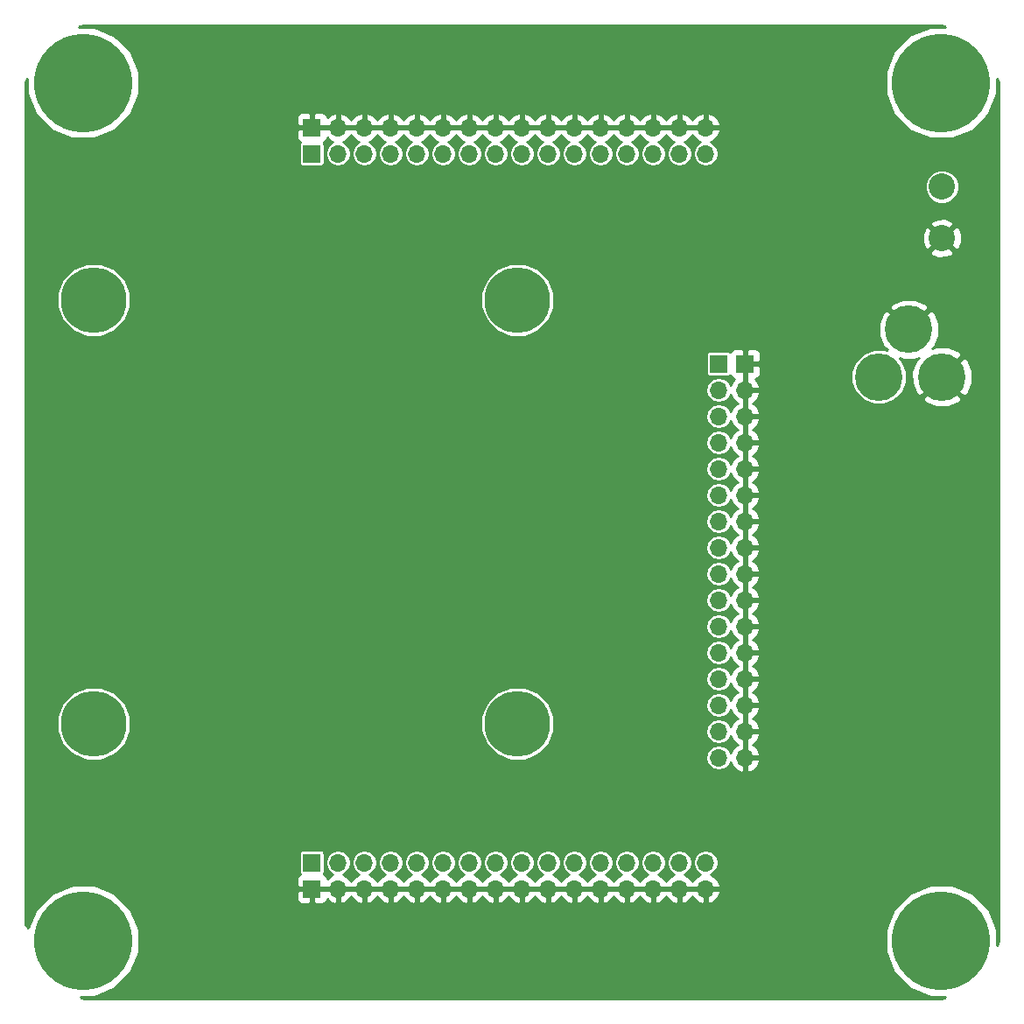
<source format=gbr>
G04 #@! TF.FileFunction,Copper,L2,Bot,Signal*
%FSLAX46Y46*%
G04 Gerber Fmt 4.6, Leading zero omitted, Abs format (unit mm)*
G04 Created by KiCad (PCBNEW 4.0.1-stable) date 1/2/2017 4:04:01 PM*
%MOMM*%
G01*
G04 APERTURE LIST*
%ADD10C,0.150000*%
%ADD11C,9.525000*%
%ADD12C,6.350000*%
%ADD13R,1.700000X1.700000*%
%ADD14O,1.700000X1.700000*%
%ADD15C,4.600000*%
%ADD16C,2.540000*%
%ADD17C,0.254000*%
G04 APERTURE END LIST*
D10*
D11*
X16000000Y-16000000D03*
X99000000Y-16000000D03*
X16000000Y-99000000D03*
X99000000Y-99000000D03*
D12*
X17000000Y-37000000D03*
X58000000Y-37000000D03*
X17000000Y-78000000D03*
X58000000Y-78000000D03*
D13*
X38100000Y-22860000D03*
D14*
X40640000Y-22860000D03*
X43180000Y-22860000D03*
X45720000Y-22860000D03*
X48260000Y-22860000D03*
X50800000Y-22860000D03*
X53340000Y-22860000D03*
X55880000Y-22860000D03*
X58420000Y-22860000D03*
X60960000Y-22860000D03*
X63500000Y-22860000D03*
X66040000Y-22860000D03*
X68580000Y-22860000D03*
X71120000Y-22860000D03*
X73660000Y-22860000D03*
X76200000Y-22860000D03*
D13*
X38100000Y-20320000D03*
D14*
X40640000Y-20320000D03*
X43180000Y-20320000D03*
X45720000Y-20320000D03*
X48260000Y-20320000D03*
X50800000Y-20320000D03*
X53340000Y-20320000D03*
X55880000Y-20320000D03*
X58420000Y-20320000D03*
X60960000Y-20320000D03*
X63500000Y-20320000D03*
X66040000Y-20320000D03*
X68580000Y-20320000D03*
X71120000Y-20320000D03*
X73660000Y-20320000D03*
X76200000Y-20320000D03*
D13*
X38100000Y-91440000D03*
D14*
X40640000Y-91440000D03*
X43180000Y-91440000D03*
X45720000Y-91440000D03*
X48260000Y-91440000D03*
X50800000Y-91440000D03*
X53340000Y-91440000D03*
X55880000Y-91440000D03*
X58420000Y-91440000D03*
X60960000Y-91440000D03*
X63500000Y-91440000D03*
X66040000Y-91440000D03*
X68580000Y-91440000D03*
X71120000Y-91440000D03*
X73660000Y-91440000D03*
X76200000Y-91440000D03*
D13*
X38100000Y-93980000D03*
D14*
X40640000Y-93980000D03*
X43180000Y-93980000D03*
X45720000Y-93980000D03*
X48260000Y-93980000D03*
X50800000Y-93980000D03*
X53340000Y-93980000D03*
X55880000Y-93980000D03*
X58420000Y-93980000D03*
X60960000Y-93980000D03*
X63500000Y-93980000D03*
X66040000Y-93980000D03*
X68580000Y-93980000D03*
X71120000Y-93980000D03*
X73660000Y-93980000D03*
X76200000Y-93980000D03*
D13*
X77470000Y-43180000D03*
D14*
X77470000Y-45720000D03*
X77470000Y-48260000D03*
X77470000Y-50800000D03*
X77470000Y-53340000D03*
X77470000Y-55880000D03*
X77470000Y-58420000D03*
X77470000Y-60960000D03*
X77470000Y-63500000D03*
X77470000Y-66040000D03*
X77470000Y-68580000D03*
X77470000Y-71120000D03*
X77470000Y-73660000D03*
X77470000Y-76200000D03*
X77470000Y-78740000D03*
X77470000Y-81280000D03*
D13*
X80010000Y-43180000D03*
D14*
X80010000Y-45720000D03*
X80010000Y-48260000D03*
X80010000Y-50800000D03*
X80010000Y-53340000D03*
X80010000Y-55880000D03*
X80010000Y-58420000D03*
X80010000Y-60960000D03*
X80010000Y-63500000D03*
X80010000Y-66040000D03*
X80010000Y-68580000D03*
X80010000Y-71120000D03*
X80010000Y-73660000D03*
X80010000Y-76200000D03*
X80010000Y-78740000D03*
X80010000Y-81280000D03*
D15*
X99060000Y-44450000D03*
X92960000Y-44450000D03*
X95860000Y-39850000D03*
D16*
X99060000Y-26035000D03*
X99060000Y-31035000D03*
D17*
G36*
X99324356Y-10503962D02*
X99423261Y-10602867D01*
X97931081Y-10601565D01*
X95946556Y-11421554D01*
X94426891Y-12938570D01*
X93603439Y-14921661D01*
X93601565Y-17068919D01*
X94421554Y-19053444D01*
X95938570Y-20573109D01*
X97921661Y-21396561D01*
X100068919Y-21398435D01*
X102053444Y-20578446D01*
X103573109Y-19061430D01*
X104396561Y-17078339D01*
X104397871Y-15577477D01*
X104496037Y-15675643D01*
X104569000Y-16042453D01*
X104569000Y-98957547D01*
X104496037Y-99324357D01*
X104397133Y-99423261D01*
X104398435Y-97931081D01*
X103578446Y-95946556D01*
X102061430Y-94426891D01*
X100078339Y-93603439D01*
X97931081Y-93601565D01*
X95946556Y-94421554D01*
X94426891Y-95938570D01*
X93603439Y-97921661D01*
X93601565Y-100068919D01*
X94421554Y-102053444D01*
X95938570Y-103573109D01*
X97921661Y-104396561D01*
X99422523Y-104397871D01*
X99324356Y-104496038D01*
X98957552Y-104569000D01*
X16042453Y-104569000D01*
X15799213Y-104520617D01*
X15706685Y-104397246D01*
X17068919Y-104398435D01*
X19053444Y-103578446D01*
X20573109Y-102061430D01*
X21396561Y-100078339D01*
X21398435Y-97931081D01*
X20578446Y-95946556D01*
X19061430Y-94426891D01*
X18673360Y-94265750D01*
X36615000Y-94265750D01*
X36615000Y-94956309D01*
X36711673Y-95189698D01*
X36890301Y-95368327D01*
X37123690Y-95465000D01*
X37814250Y-95465000D01*
X37973000Y-95306250D01*
X37973000Y-94107000D01*
X38227000Y-94107000D01*
X38227000Y-95306250D01*
X38385750Y-95465000D01*
X39076310Y-95465000D01*
X39309699Y-95368327D01*
X39488327Y-95189698D01*
X39575136Y-94980122D01*
X39873076Y-95251645D01*
X40283110Y-95421476D01*
X40513000Y-95300155D01*
X40513000Y-94107000D01*
X40767000Y-94107000D01*
X40767000Y-95300155D01*
X40996890Y-95421476D01*
X41406924Y-95251645D01*
X41835183Y-94861358D01*
X41910000Y-94702046D01*
X41984817Y-94861358D01*
X42413076Y-95251645D01*
X42823110Y-95421476D01*
X43053000Y-95300155D01*
X43053000Y-94107000D01*
X43307000Y-94107000D01*
X43307000Y-95300155D01*
X43536890Y-95421476D01*
X43946924Y-95251645D01*
X44375183Y-94861358D01*
X44450000Y-94702046D01*
X44524817Y-94861358D01*
X44953076Y-95251645D01*
X45363110Y-95421476D01*
X45593000Y-95300155D01*
X45593000Y-94107000D01*
X45847000Y-94107000D01*
X45847000Y-95300155D01*
X46076890Y-95421476D01*
X46486924Y-95251645D01*
X46915183Y-94861358D01*
X46990000Y-94702046D01*
X47064817Y-94861358D01*
X47493076Y-95251645D01*
X47903110Y-95421476D01*
X48133000Y-95300155D01*
X48133000Y-94107000D01*
X48387000Y-94107000D01*
X48387000Y-95300155D01*
X48616890Y-95421476D01*
X49026924Y-95251645D01*
X49455183Y-94861358D01*
X49530000Y-94702046D01*
X49604817Y-94861358D01*
X50033076Y-95251645D01*
X50443110Y-95421476D01*
X50673000Y-95300155D01*
X50673000Y-94107000D01*
X50927000Y-94107000D01*
X50927000Y-95300155D01*
X51156890Y-95421476D01*
X51566924Y-95251645D01*
X51995183Y-94861358D01*
X52070000Y-94702046D01*
X52144817Y-94861358D01*
X52573076Y-95251645D01*
X52983110Y-95421476D01*
X53213000Y-95300155D01*
X53213000Y-94107000D01*
X53467000Y-94107000D01*
X53467000Y-95300155D01*
X53696890Y-95421476D01*
X54106924Y-95251645D01*
X54535183Y-94861358D01*
X54610000Y-94702046D01*
X54684817Y-94861358D01*
X55113076Y-95251645D01*
X55523110Y-95421476D01*
X55753000Y-95300155D01*
X55753000Y-94107000D01*
X56007000Y-94107000D01*
X56007000Y-95300155D01*
X56236890Y-95421476D01*
X56646924Y-95251645D01*
X57075183Y-94861358D01*
X57150000Y-94702046D01*
X57224817Y-94861358D01*
X57653076Y-95251645D01*
X58063110Y-95421476D01*
X58293000Y-95300155D01*
X58293000Y-94107000D01*
X58547000Y-94107000D01*
X58547000Y-95300155D01*
X58776890Y-95421476D01*
X59186924Y-95251645D01*
X59615183Y-94861358D01*
X59690000Y-94702046D01*
X59764817Y-94861358D01*
X60193076Y-95251645D01*
X60603110Y-95421476D01*
X60833000Y-95300155D01*
X60833000Y-94107000D01*
X61087000Y-94107000D01*
X61087000Y-95300155D01*
X61316890Y-95421476D01*
X61726924Y-95251645D01*
X62155183Y-94861358D01*
X62230000Y-94702046D01*
X62304817Y-94861358D01*
X62733076Y-95251645D01*
X63143110Y-95421476D01*
X63373000Y-95300155D01*
X63373000Y-94107000D01*
X63627000Y-94107000D01*
X63627000Y-95300155D01*
X63856890Y-95421476D01*
X64266924Y-95251645D01*
X64695183Y-94861358D01*
X64770000Y-94702046D01*
X64844817Y-94861358D01*
X65273076Y-95251645D01*
X65683110Y-95421476D01*
X65913000Y-95300155D01*
X65913000Y-94107000D01*
X66167000Y-94107000D01*
X66167000Y-95300155D01*
X66396890Y-95421476D01*
X66806924Y-95251645D01*
X67235183Y-94861358D01*
X67310000Y-94702046D01*
X67384817Y-94861358D01*
X67813076Y-95251645D01*
X68223110Y-95421476D01*
X68453000Y-95300155D01*
X68453000Y-94107000D01*
X68707000Y-94107000D01*
X68707000Y-95300155D01*
X68936890Y-95421476D01*
X69346924Y-95251645D01*
X69775183Y-94861358D01*
X69850000Y-94702046D01*
X69924817Y-94861358D01*
X70353076Y-95251645D01*
X70763110Y-95421476D01*
X70993000Y-95300155D01*
X70993000Y-94107000D01*
X71247000Y-94107000D01*
X71247000Y-95300155D01*
X71476890Y-95421476D01*
X71886924Y-95251645D01*
X72315183Y-94861358D01*
X72390000Y-94702046D01*
X72464817Y-94861358D01*
X72893076Y-95251645D01*
X73303110Y-95421476D01*
X73533000Y-95300155D01*
X73533000Y-94107000D01*
X73787000Y-94107000D01*
X73787000Y-95300155D01*
X74016890Y-95421476D01*
X74426924Y-95251645D01*
X74855183Y-94861358D01*
X74930000Y-94702046D01*
X75004817Y-94861358D01*
X75433076Y-95251645D01*
X75843110Y-95421476D01*
X76073000Y-95300155D01*
X76073000Y-94107000D01*
X76327000Y-94107000D01*
X76327000Y-95300155D01*
X76556890Y-95421476D01*
X76966924Y-95251645D01*
X77395183Y-94861358D01*
X77641486Y-94336892D01*
X77520819Y-94107000D01*
X76327000Y-94107000D01*
X76073000Y-94107000D01*
X73787000Y-94107000D01*
X73533000Y-94107000D01*
X71247000Y-94107000D01*
X70993000Y-94107000D01*
X68707000Y-94107000D01*
X68453000Y-94107000D01*
X66167000Y-94107000D01*
X65913000Y-94107000D01*
X63627000Y-94107000D01*
X63373000Y-94107000D01*
X61087000Y-94107000D01*
X60833000Y-94107000D01*
X58547000Y-94107000D01*
X58293000Y-94107000D01*
X56007000Y-94107000D01*
X55753000Y-94107000D01*
X53467000Y-94107000D01*
X53213000Y-94107000D01*
X50927000Y-94107000D01*
X50673000Y-94107000D01*
X48387000Y-94107000D01*
X48133000Y-94107000D01*
X45847000Y-94107000D01*
X45593000Y-94107000D01*
X43307000Y-94107000D01*
X43053000Y-94107000D01*
X40767000Y-94107000D01*
X40513000Y-94107000D01*
X38227000Y-94107000D01*
X37973000Y-94107000D01*
X36773750Y-94107000D01*
X36615000Y-94265750D01*
X18673360Y-94265750D01*
X17078339Y-93603439D01*
X14931081Y-93601565D01*
X12946556Y-94421554D01*
X11426891Y-95938570D01*
X10691300Y-97710067D01*
X10431000Y-97363000D01*
X10431000Y-93003691D01*
X36615000Y-93003691D01*
X36615000Y-93694250D01*
X36773750Y-93853000D01*
X37973000Y-93853000D01*
X37973000Y-93833000D01*
X38227000Y-93833000D01*
X38227000Y-93853000D01*
X40513000Y-93853000D01*
X40513000Y-93833000D01*
X40767000Y-93833000D01*
X40767000Y-93853000D01*
X43053000Y-93853000D01*
X43053000Y-93833000D01*
X43307000Y-93833000D01*
X43307000Y-93853000D01*
X45593000Y-93853000D01*
X45593000Y-93833000D01*
X45847000Y-93833000D01*
X45847000Y-93853000D01*
X48133000Y-93853000D01*
X48133000Y-93833000D01*
X48387000Y-93833000D01*
X48387000Y-93853000D01*
X50673000Y-93853000D01*
X50673000Y-93833000D01*
X50927000Y-93833000D01*
X50927000Y-93853000D01*
X53213000Y-93853000D01*
X53213000Y-93833000D01*
X53467000Y-93833000D01*
X53467000Y-93853000D01*
X55753000Y-93853000D01*
X55753000Y-93833000D01*
X56007000Y-93833000D01*
X56007000Y-93853000D01*
X58293000Y-93853000D01*
X58293000Y-93833000D01*
X58547000Y-93833000D01*
X58547000Y-93853000D01*
X60833000Y-93853000D01*
X60833000Y-93833000D01*
X61087000Y-93833000D01*
X61087000Y-93853000D01*
X63373000Y-93853000D01*
X63373000Y-93833000D01*
X63627000Y-93833000D01*
X63627000Y-93853000D01*
X65913000Y-93853000D01*
X65913000Y-93833000D01*
X66167000Y-93833000D01*
X66167000Y-93853000D01*
X68453000Y-93853000D01*
X68453000Y-93833000D01*
X68707000Y-93833000D01*
X68707000Y-93853000D01*
X70993000Y-93853000D01*
X70993000Y-93833000D01*
X71247000Y-93833000D01*
X71247000Y-93853000D01*
X73533000Y-93853000D01*
X73533000Y-93833000D01*
X73787000Y-93833000D01*
X73787000Y-93853000D01*
X76073000Y-93853000D01*
X76073000Y-93833000D01*
X76327000Y-93833000D01*
X76327000Y-93853000D01*
X77520819Y-93853000D01*
X77641486Y-93623108D01*
X77395183Y-93098642D01*
X76966924Y-92708355D01*
X76685488Y-92591788D01*
X77070448Y-92334565D01*
X77337296Y-91935200D01*
X77431000Y-91464117D01*
X77431000Y-91415883D01*
X77337296Y-90944800D01*
X77070448Y-90545435D01*
X76671083Y-90278587D01*
X76200000Y-90184883D01*
X75728917Y-90278587D01*
X75329552Y-90545435D01*
X75062704Y-90944800D01*
X74969000Y-91415883D01*
X74969000Y-91464117D01*
X75062704Y-91935200D01*
X75329552Y-92334565D01*
X75714512Y-92591788D01*
X75433076Y-92708355D01*
X75004817Y-93098642D01*
X74930000Y-93257954D01*
X74855183Y-93098642D01*
X74426924Y-92708355D01*
X74145488Y-92591788D01*
X74530448Y-92334565D01*
X74797296Y-91935200D01*
X74891000Y-91464117D01*
X74891000Y-91415883D01*
X74797296Y-90944800D01*
X74530448Y-90545435D01*
X74131083Y-90278587D01*
X73660000Y-90184883D01*
X73188917Y-90278587D01*
X72789552Y-90545435D01*
X72522704Y-90944800D01*
X72429000Y-91415883D01*
X72429000Y-91464117D01*
X72522704Y-91935200D01*
X72789552Y-92334565D01*
X73174512Y-92591788D01*
X72893076Y-92708355D01*
X72464817Y-93098642D01*
X72390000Y-93257954D01*
X72315183Y-93098642D01*
X71886924Y-92708355D01*
X71605488Y-92591788D01*
X71990448Y-92334565D01*
X72257296Y-91935200D01*
X72351000Y-91464117D01*
X72351000Y-91415883D01*
X72257296Y-90944800D01*
X71990448Y-90545435D01*
X71591083Y-90278587D01*
X71120000Y-90184883D01*
X70648917Y-90278587D01*
X70249552Y-90545435D01*
X69982704Y-90944800D01*
X69889000Y-91415883D01*
X69889000Y-91464117D01*
X69982704Y-91935200D01*
X70249552Y-92334565D01*
X70634512Y-92591788D01*
X70353076Y-92708355D01*
X69924817Y-93098642D01*
X69850000Y-93257954D01*
X69775183Y-93098642D01*
X69346924Y-92708355D01*
X69065488Y-92591788D01*
X69450448Y-92334565D01*
X69717296Y-91935200D01*
X69811000Y-91464117D01*
X69811000Y-91415883D01*
X69717296Y-90944800D01*
X69450448Y-90545435D01*
X69051083Y-90278587D01*
X68580000Y-90184883D01*
X68108917Y-90278587D01*
X67709552Y-90545435D01*
X67442704Y-90944800D01*
X67349000Y-91415883D01*
X67349000Y-91464117D01*
X67442704Y-91935200D01*
X67709552Y-92334565D01*
X68094512Y-92591788D01*
X67813076Y-92708355D01*
X67384817Y-93098642D01*
X67310000Y-93257954D01*
X67235183Y-93098642D01*
X66806924Y-92708355D01*
X66525488Y-92591788D01*
X66910448Y-92334565D01*
X67177296Y-91935200D01*
X67271000Y-91464117D01*
X67271000Y-91415883D01*
X67177296Y-90944800D01*
X66910448Y-90545435D01*
X66511083Y-90278587D01*
X66040000Y-90184883D01*
X65568917Y-90278587D01*
X65169552Y-90545435D01*
X64902704Y-90944800D01*
X64809000Y-91415883D01*
X64809000Y-91464117D01*
X64902704Y-91935200D01*
X65169552Y-92334565D01*
X65554512Y-92591788D01*
X65273076Y-92708355D01*
X64844817Y-93098642D01*
X64770000Y-93257954D01*
X64695183Y-93098642D01*
X64266924Y-92708355D01*
X63985488Y-92591788D01*
X64370448Y-92334565D01*
X64637296Y-91935200D01*
X64731000Y-91464117D01*
X64731000Y-91415883D01*
X64637296Y-90944800D01*
X64370448Y-90545435D01*
X63971083Y-90278587D01*
X63500000Y-90184883D01*
X63028917Y-90278587D01*
X62629552Y-90545435D01*
X62362704Y-90944800D01*
X62269000Y-91415883D01*
X62269000Y-91464117D01*
X62362704Y-91935200D01*
X62629552Y-92334565D01*
X63014512Y-92591788D01*
X62733076Y-92708355D01*
X62304817Y-93098642D01*
X62230000Y-93257954D01*
X62155183Y-93098642D01*
X61726924Y-92708355D01*
X61445488Y-92591788D01*
X61830448Y-92334565D01*
X62097296Y-91935200D01*
X62191000Y-91464117D01*
X62191000Y-91415883D01*
X62097296Y-90944800D01*
X61830448Y-90545435D01*
X61431083Y-90278587D01*
X60960000Y-90184883D01*
X60488917Y-90278587D01*
X60089552Y-90545435D01*
X59822704Y-90944800D01*
X59729000Y-91415883D01*
X59729000Y-91464117D01*
X59822704Y-91935200D01*
X60089552Y-92334565D01*
X60474512Y-92591788D01*
X60193076Y-92708355D01*
X59764817Y-93098642D01*
X59690000Y-93257954D01*
X59615183Y-93098642D01*
X59186924Y-92708355D01*
X58905488Y-92591788D01*
X59290448Y-92334565D01*
X59557296Y-91935200D01*
X59651000Y-91464117D01*
X59651000Y-91415883D01*
X59557296Y-90944800D01*
X59290448Y-90545435D01*
X58891083Y-90278587D01*
X58420000Y-90184883D01*
X57948917Y-90278587D01*
X57549552Y-90545435D01*
X57282704Y-90944800D01*
X57189000Y-91415883D01*
X57189000Y-91464117D01*
X57282704Y-91935200D01*
X57549552Y-92334565D01*
X57934512Y-92591788D01*
X57653076Y-92708355D01*
X57224817Y-93098642D01*
X57150000Y-93257954D01*
X57075183Y-93098642D01*
X56646924Y-92708355D01*
X56365488Y-92591788D01*
X56750448Y-92334565D01*
X57017296Y-91935200D01*
X57111000Y-91464117D01*
X57111000Y-91415883D01*
X57017296Y-90944800D01*
X56750448Y-90545435D01*
X56351083Y-90278587D01*
X55880000Y-90184883D01*
X55408917Y-90278587D01*
X55009552Y-90545435D01*
X54742704Y-90944800D01*
X54649000Y-91415883D01*
X54649000Y-91464117D01*
X54742704Y-91935200D01*
X55009552Y-92334565D01*
X55394512Y-92591788D01*
X55113076Y-92708355D01*
X54684817Y-93098642D01*
X54610000Y-93257954D01*
X54535183Y-93098642D01*
X54106924Y-92708355D01*
X53825488Y-92591788D01*
X54210448Y-92334565D01*
X54477296Y-91935200D01*
X54571000Y-91464117D01*
X54571000Y-91415883D01*
X54477296Y-90944800D01*
X54210448Y-90545435D01*
X53811083Y-90278587D01*
X53340000Y-90184883D01*
X52868917Y-90278587D01*
X52469552Y-90545435D01*
X52202704Y-90944800D01*
X52109000Y-91415883D01*
X52109000Y-91464117D01*
X52202704Y-91935200D01*
X52469552Y-92334565D01*
X52854512Y-92591788D01*
X52573076Y-92708355D01*
X52144817Y-93098642D01*
X52070000Y-93257954D01*
X51995183Y-93098642D01*
X51566924Y-92708355D01*
X51285488Y-92591788D01*
X51670448Y-92334565D01*
X51937296Y-91935200D01*
X52031000Y-91464117D01*
X52031000Y-91415883D01*
X51937296Y-90944800D01*
X51670448Y-90545435D01*
X51271083Y-90278587D01*
X50800000Y-90184883D01*
X50328917Y-90278587D01*
X49929552Y-90545435D01*
X49662704Y-90944800D01*
X49569000Y-91415883D01*
X49569000Y-91464117D01*
X49662704Y-91935200D01*
X49929552Y-92334565D01*
X50314512Y-92591788D01*
X50033076Y-92708355D01*
X49604817Y-93098642D01*
X49530000Y-93257954D01*
X49455183Y-93098642D01*
X49026924Y-92708355D01*
X48745488Y-92591788D01*
X49130448Y-92334565D01*
X49397296Y-91935200D01*
X49491000Y-91464117D01*
X49491000Y-91415883D01*
X49397296Y-90944800D01*
X49130448Y-90545435D01*
X48731083Y-90278587D01*
X48260000Y-90184883D01*
X47788917Y-90278587D01*
X47389552Y-90545435D01*
X47122704Y-90944800D01*
X47029000Y-91415883D01*
X47029000Y-91464117D01*
X47122704Y-91935200D01*
X47389552Y-92334565D01*
X47774512Y-92591788D01*
X47493076Y-92708355D01*
X47064817Y-93098642D01*
X46990000Y-93257954D01*
X46915183Y-93098642D01*
X46486924Y-92708355D01*
X46205488Y-92591788D01*
X46590448Y-92334565D01*
X46857296Y-91935200D01*
X46951000Y-91464117D01*
X46951000Y-91415883D01*
X46857296Y-90944800D01*
X46590448Y-90545435D01*
X46191083Y-90278587D01*
X45720000Y-90184883D01*
X45248917Y-90278587D01*
X44849552Y-90545435D01*
X44582704Y-90944800D01*
X44489000Y-91415883D01*
X44489000Y-91464117D01*
X44582704Y-91935200D01*
X44849552Y-92334565D01*
X45234512Y-92591788D01*
X44953076Y-92708355D01*
X44524817Y-93098642D01*
X44450000Y-93257954D01*
X44375183Y-93098642D01*
X43946924Y-92708355D01*
X43665488Y-92591788D01*
X44050448Y-92334565D01*
X44317296Y-91935200D01*
X44411000Y-91464117D01*
X44411000Y-91415883D01*
X44317296Y-90944800D01*
X44050448Y-90545435D01*
X43651083Y-90278587D01*
X43180000Y-90184883D01*
X42708917Y-90278587D01*
X42309552Y-90545435D01*
X42042704Y-90944800D01*
X41949000Y-91415883D01*
X41949000Y-91464117D01*
X42042704Y-91935200D01*
X42309552Y-92334565D01*
X42694512Y-92591788D01*
X42413076Y-92708355D01*
X41984817Y-93098642D01*
X41910000Y-93257954D01*
X41835183Y-93098642D01*
X41406924Y-92708355D01*
X41125488Y-92591788D01*
X41510448Y-92334565D01*
X41777296Y-91935200D01*
X41871000Y-91464117D01*
X41871000Y-91415883D01*
X41777296Y-90944800D01*
X41510448Y-90545435D01*
X41111083Y-90278587D01*
X40640000Y-90184883D01*
X40168917Y-90278587D01*
X39769552Y-90545435D01*
X39502704Y-90944800D01*
X39409000Y-91415883D01*
X39409000Y-91464117D01*
X39502704Y-91935200D01*
X39769552Y-92334565D01*
X40154512Y-92591788D01*
X39873076Y-92708355D01*
X39575136Y-92979878D01*
X39488327Y-92770302D01*
X39309699Y-92591673D01*
X39228096Y-92557872D01*
X39307859Y-92441134D01*
X39338464Y-92290000D01*
X39338464Y-90590000D01*
X39311897Y-90448810D01*
X39228454Y-90319135D01*
X39101134Y-90232141D01*
X38950000Y-90201536D01*
X37250000Y-90201536D01*
X37108810Y-90228103D01*
X36979135Y-90311546D01*
X36892141Y-90438866D01*
X36861536Y-90590000D01*
X36861536Y-92290000D01*
X36888103Y-92431190D01*
X36970101Y-92558619D01*
X36890301Y-92591673D01*
X36711673Y-92770302D01*
X36615000Y-93003691D01*
X10431000Y-93003691D01*
X10431000Y-78704229D01*
X13443384Y-78704229D01*
X13983612Y-80011681D01*
X14983058Y-81012872D01*
X16289565Y-81555381D01*
X17704229Y-81556616D01*
X19011681Y-81016388D01*
X20012872Y-80016942D01*
X20555381Y-78710435D01*
X20555386Y-78704229D01*
X54443384Y-78704229D01*
X54983612Y-80011681D01*
X55983058Y-81012872D01*
X57289565Y-81555381D01*
X58704229Y-81556616D01*
X60011681Y-81016388D01*
X61012872Y-80016942D01*
X61555381Y-78710435D01*
X61556616Y-77295771D01*
X61016388Y-75988319D01*
X60016942Y-74987128D01*
X58710435Y-74444619D01*
X57295771Y-74443384D01*
X55988319Y-74983612D01*
X54987128Y-75983058D01*
X54444619Y-77289565D01*
X54443384Y-78704229D01*
X20555386Y-78704229D01*
X20556616Y-77295771D01*
X20016388Y-75988319D01*
X19016942Y-74987128D01*
X17710435Y-74444619D01*
X16295771Y-74443384D01*
X14988319Y-74983612D01*
X13987128Y-75983058D01*
X13444619Y-77289565D01*
X13443384Y-78704229D01*
X10431000Y-78704229D01*
X10431000Y-45720000D01*
X76214883Y-45720000D01*
X76308587Y-46191083D01*
X76575435Y-46590448D01*
X76974800Y-46857296D01*
X77445883Y-46951000D01*
X77494117Y-46951000D01*
X77965200Y-46857296D01*
X78364565Y-46590448D01*
X78621788Y-46205488D01*
X78738355Y-46486924D01*
X79128642Y-46915183D01*
X79287954Y-46990000D01*
X79128642Y-47064817D01*
X78738355Y-47493076D01*
X78621788Y-47774512D01*
X78364565Y-47389552D01*
X77965200Y-47122704D01*
X77494117Y-47029000D01*
X77445883Y-47029000D01*
X76974800Y-47122704D01*
X76575435Y-47389552D01*
X76308587Y-47788917D01*
X76214883Y-48260000D01*
X76308587Y-48731083D01*
X76575435Y-49130448D01*
X76974800Y-49397296D01*
X77445883Y-49491000D01*
X77494117Y-49491000D01*
X77965200Y-49397296D01*
X78364565Y-49130448D01*
X78621788Y-48745488D01*
X78738355Y-49026924D01*
X79128642Y-49455183D01*
X79287954Y-49530000D01*
X79128642Y-49604817D01*
X78738355Y-50033076D01*
X78621788Y-50314512D01*
X78364565Y-49929552D01*
X77965200Y-49662704D01*
X77494117Y-49569000D01*
X77445883Y-49569000D01*
X76974800Y-49662704D01*
X76575435Y-49929552D01*
X76308587Y-50328917D01*
X76214883Y-50800000D01*
X76308587Y-51271083D01*
X76575435Y-51670448D01*
X76974800Y-51937296D01*
X77445883Y-52031000D01*
X77494117Y-52031000D01*
X77965200Y-51937296D01*
X78364565Y-51670448D01*
X78621788Y-51285488D01*
X78738355Y-51566924D01*
X79128642Y-51995183D01*
X79287954Y-52070000D01*
X79128642Y-52144817D01*
X78738355Y-52573076D01*
X78621788Y-52854512D01*
X78364565Y-52469552D01*
X77965200Y-52202704D01*
X77494117Y-52109000D01*
X77445883Y-52109000D01*
X76974800Y-52202704D01*
X76575435Y-52469552D01*
X76308587Y-52868917D01*
X76214883Y-53340000D01*
X76308587Y-53811083D01*
X76575435Y-54210448D01*
X76974800Y-54477296D01*
X77445883Y-54571000D01*
X77494117Y-54571000D01*
X77965200Y-54477296D01*
X78364565Y-54210448D01*
X78621788Y-53825488D01*
X78738355Y-54106924D01*
X79128642Y-54535183D01*
X79287954Y-54610000D01*
X79128642Y-54684817D01*
X78738355Y-55113076D01*
X78621788Y-55394512D01*
X78364565Y-55009552D01*
X77965200Y-54742704D01*
X77494117Y-54649000D01*
X77445883Y-54649000D01*
X76974800Y-54742704D01*
X76575435Y-55009552D01*
X76308587Y-55408917D01*
X76214883Y-55880000D01*
X76308587Y-56351083D01*
X76575435Y-56750448D01*
X76974800Y-57017296D01*
X77445883Y-57111000D01*
X77494117Y-57111000D01*
X77965200Y-57017296D01*
X78364565Y-56750448D01*
X78621788Y-56365488D01*
X78738355Y-56646924D01*
X79128642Y-57075183D01*
X79287954Y-57150000D01*
X79128642Y-57224817D01*
X78738355Y-57653076D01*
X78621788Y-57934512D01*
X78364565Y-57549552D01*
X77965200Y-57282704D01*
X77494117Y-57189000D01*
X77445883Y-57189000D01*
X76974800Y-57282704D01*
X76575435Y-57549552D01*
X76308587Y-57948917D01*
X76214883Y-58420000D01*
X76308587Y-58891083D01*
X76575435Y-59290448D01*
X76974800Y-59557296D01*
X77445883Y-59651000D01*
X77494117Y-59651000D01*
X77965200Y-59557296D01*
X78364565Y-59290448D01*
X78621788Y-58905488D01*
X78738355Y-59186924D01*
X79128642Y-59615183D01*
X79287954Y-59690000D01*
X79128642Y-59764817D01*
X78738355Y-60193076D01*
X78621788Y-60474512D01*
X78364565Y-60089552D01*
X77965200Y-59822704D01*
X77494117Y-59729000D01*
X77445883Y-59729000D01*
X76974800Y-59822704D01*
X76575435Y-60089552D01*
X76308587Y-60488917D01*
X76214883Y-60960000D01*
X76308587Y-61431083D01*
X76575435Y-61830448D01*
X76974800Y-62097296D01*
X77445883Y-62191000D01*
X77494117Y-62191000D01*
X77965200Y-62097296D01*
X78364565Y-61830448D01*
X78621788Y-61445488D01*
X78738355Y-61726924D01*
X79128642Y-62155183D01*
X79287954Y-62230000D01*
X79128642Y-62304817D01*
X78738355Y-62733076D01*
X78621788Y-63014512D01*
X78364565Y-62629552D01*
X77965200Y-62362704D01*
X77494117Y-62269000D01*
X77445883Y-62269000D01*
X76974800Y-62362704D01*
X76575435Y-62629552D01*
X76308587Y-63028917D01*
X76214883Y-63500000D01*
X76308587Y-63971083D01*
X76575435Y-64370448D01*
X76974800Y-64637296D01*
X77445883Y-64731000D01*
X77494117Y-64731000D01*
X77965200Y-64637296D01*
X78364565Y-64370448D01*
X78621788Y-63985488D01*
X78738355Y-64266924D01*
X79128642Y-64695183D01*
X79287954Y-64770000D01*
X79128642Y-64844817D01*
X78738355Y-65273076D01*
X78621788Y-65554512D01*
X78364565Y-65169552D01*
X77965200Y-64902704D01*
X77494117Y-64809000D01*
X77445883Y-64809000D01*
X76974800Y-64902704D01*
X76575435Y-65169552D01*
X76308587Y-65568917D01*
X76214883Y-66040000D01*
X76308587Y-66511083D01*
X76575435Y-66910448D01*
X76974800Y-67177296D01*
X77445883Y-67271000D01*
X77494117Y-67271000D01*
X77965200Y-67177296D01*
X78364565Y-66910448D01*
X78621788Y-66525488D01*
X78738355Y-66806924D01*
X79128642Y-67235183D01*
X79287954Y-67310000D01*
X79128642Y-67384817D01*
X78738355Y-67813076D01*
X78621788Y-68094512D01*
X78364565Y-67709552D01*
X77965200Y-67442704D01*
X77494117Y-67349000D01*
X77445883Y-67349000D01*
X76974800Y-67442704D01*
X76575435Y-67709552D01*
X76308587Y-68108917D01*
X76214883Y-68580000D01*
X76308587Y-69051083D01*
X76575435Y-69450448D01*
X76974800Y-69717296D01*
X77445883Y-69811000D01*
X77494117Y-69811000D01*
X77965200Y-69717296D01*
X78364565Y-69450448D01*
X78621788Y-69065488D01*
X78738355Y-69346924D01*
X79128642Y-69775183D01*
X79287954Y-69850000D01*
X79128642Y-69924817D01*
X78738355Y-70353076D01*
X78621788Y-70634512D01*
X78364565Y-70249552D01*
X77965200Y-69982704D01*
X77494117Y-69889000D01*
X77445883Y-69889000D01*
X76974800Y-69982704D01*
X76575435Y-70249552D01*
X76308587Y-70648917D01*
X76214883Y-71120000D01*
X76308587Y-71591083D01*
X76575435Y-71990448D01*
X76974800Y-72257296D01*
X77445883Y-72351000D01*
X77494117Y-72351000D01*
X77965200Y-72257296D01*
X78364565Y-71990448D01*
X78621788Y-71605488D01*
X78738355Y-71886924D01*
X79128642Y-72315183D01*
X79287954Y-72390000D01*
X79128642Y-72464817D01*
X78738355Y-72893076D01*
X78621788Y-73174512D01*
X78364565Y-72789552D01*
X77965200Y-72522704D01*
X77494117Y-72429000D01*
X77445883Y-72429000D01*
X76974800Y-72522704D01*
X76575435Y-72789552D01*
X76308587Y-73188917D01*
X76214883Y-73660000D01*
X76308587Y-74131083D01*
X76575435Y-74530448D01*
X76974800Y-74797296D01*
X77445883Y-74891000D01*
X77494117Y-74891000D01*
X77965200Y-74797296D01*
X78364565Y-74530448D01*
X78621788Y-74145488D01*
X78738355Y-74426924D01*
X79128642Y-74855183D01*
X79287954Y-74930000D01*
X79128642Y-75004817D01*
X78738355Y-75433076D01*
X78621788Y-75714512D01*
X78364565Y-75329552D01*
X77965200Y-75062704D01*
X77494117Y-74969000D01*
X77445883Y-74969000D01*
X76974800Y-75062704D01*
X76575435Y-75329552D01*
X76308587Y-75728917D01*
X76214883Y-76200000D01*
X76308587Y-76671083D01*
X76575435Y-77070448D01*
X76974800Y-77337296D01*
X77445883Y-77431000D01*
X77494117Y-77431000D01*
X77965200Y-77337296D01*
X78364565Y-77070448D01*
X78621788Y-76685488D01*
X78738355Y-76966924D01*
X79128642Y-77395183D01*
X79287954Y-77470000D01*
X79128642Y-77544817D01*
X78738355Y-77973076D01*
X78621788Y-78254512D01*
X78364565Y-77869552D01*
X77965200Y-77602704D01*
X77494117Y-77509000D01*
X77445883Y-77509000D01*
X76974800Y-77602704D01*
X76575435Y-77869552D01*
X76308587Y-78268917D01*
X76214883Y-78740000D01*
X76308587Y-79211083D01*
X76575435Y-79610448D01*
X76974800Y-79877296D01*
X77445883Y-79971000D01*
X77494117Y-79971000D01*
X77965200Y-79877296D01*
X78364565Y-79610448D01*
X78621788Y-79225488D01*
X78738355Y-79506924D01*
X79128642Y-79935183D01*
X79287954Y-80010000D01*
X79128642Y-80084817D01*
X78738355Y-80513076D01*
X78621788Y-80794512D01*
X78364565Y-80409552D01*
X77965200Y-80142704D01*
X77494117Y-80049000D01*
X77445883Y-80049000D01*
X76974800Y-80142704D01*
X76575435Y-80409552D01*
X76308587Y-80808917D01*
X76214883Y-81280000D01*
X76308587Y-81751083D01*
X76575435Y-82150448D01*
X76974800Y-82417296D01*
X77445883Y-82511000D01*
X77494117Y-82511000D01*
X77965200Y-82417296D01*
X78364565Y-82150448D01*
X78621788Y-81765488D01*
X78738355Y-82046924D01*
X79128642Y-82475183D01*
X79653108Y-82721486D01*
X79883000Y-82600819D01*
X79883000Y-81407000D01*
X80137000Y-81407000D01*
X80137000Y-82600819D01*
X80366892Y-82721486D01*
X80891358Y-82475183D01*
X81281645Y-82046924D01*
X81451476Y-81636890D01*
X81330155Y-81407000D01*
X80137000Y-81407000D01*
X79883000Y-81407000D01*
X79863000Y-81407000D01*
X79863000Y-81153000D01*
X79883000Y-81153000D01*
X79883000Y-78867000D01*
X80137000Y-78867000D01*
X80137000Y-81153000D01*
X81330155Y-81153000D01*
X81451476Y-80923110D01*
X81281645Y-80513076D01*
X80891358Y-80084817D01*
X80732046Y-80010000D01*
X80891358Y-79935183D01*
X81281645Y-79506924D01*
X81451476Y-79096890D01*
X81330155Y-78867000D01*
X80137000Y-78867000D01*
X79883000Y-78867000D01*
X79863000Y-78867000D01*
X79863000Y-78613000D01*
X79883000Y-78613000D01*
X79883000Y-76327000D01*
X80137000Y-76327000D01*
X80137000Y-78613000D01*
X81330155Y-78613000D01*
X81451476Y-78383110D01*
X81281645Y-77973076D01*
X80891358Y-77544817D01*
X80732046Y-77470000D01*
X80891358Y-77395183D01*
X81281645Y-76966924D01*
X81451476Y-76556890D01*
X81330155Y-76327000D01*
X80137000Y-76327000D01*
X79883000Y-76327000D01*
X79863000Y-76327000D01*
X79863000Y-76073000D01*
X79883000Y-76073000D01*
X79883000Y-73787000D01*
X80137000Y-73787000D01*
X80137000Y-76073000D01*
X81330155Y-76073000D01*
X81451476Y-75843110D01*
X81281645Y-75433076D01*
X80891358Y-75004817D01*
X80732046Y-74930000D01*
X80891358Y-74855183D01*
X81281645Y-74426924D01*
X81451476Y-74016890D01*
X81330155Y-73787000D01*
X80137000Y-73787000D01*
X79883000Y-73787000D01*
X79863000Y-73787000D01*
X79863000Y-73533000D01*
X79883000Y-73533000D01*
X79883000Y-71247000D01*
X80137000Y-71247000D01*
X80137000Y-73533000D01*
X81330155Y-73533000D01*
X81451476Y-73303110D01*
X81281645Y-72893076D01*
X80891358Y-72464817D01*
X80732046Y-72390000D01*
X80891358Y-72315183D01*
X81281645Y-71886924D01*
X81451476Y-71476890D01*
X81330155Y-71247000D01*
X80137000Y-71247000D01*
X79883000Y-71247000D01*
X79863000Y-71247000D01*
X79863000Y-70993000D01*
X79883000Y-70993000D01*
X79883000Y-68707000D01*
X80137000Y-68707000D01*
X80137000Y-70993000D01*
X81330155Y-70993000D01*
X81451476Y-70763110D01*
X81281645Y-70353076D01*
X80891358Y-69924817D01*
X80732046Y-69850000D01*
X80891358Y-69775183D01*
X81281645Y-69346924D01*
X81451476Y-68936890D01*
X81330155Y-68707000D01*
X80137000Y-68707000D01*
X79883000Y-68707000D01*
X79863000Y-68707000D01*
X79863000Y-68453000D01*
X79883000Y-68453000D01*
X79883000Y-66167000D01*
X80137000Y-66167000D01*
X80137000Y-68453000D01*
X81330155Y-68453000D01*
X81451476Y-68223110D01*
X81281645Y-67813076D01*
X80891358Y-67384817D01*
X80732046Y-67310000D01*
X80891358Y-67235183D01*
X81281645Y-66806924D01*
X81451476Y-66396890D01*
X81330155Y-66167000D01*
X80137000Y-66167000D01*
X79883000Y-66167000D01*
X79863000Y-66167000D01*
X79863000Y-65913000D01*
X79883000Y-65913000D01*
X79883000Y-63627000D01*
X80137000Y-63627000D01*
X80137000Y-65913000D01*
X81330155Y-65913000D01*
X81451476Y-65683110D01*
X81281645Y-65273076D01*
X80891358Y-64844817D01*
X80732046Y-64770000D01*
X80891358Y-64695183D01*
X81281645Y-64266924D01*
X81451476Y-63856890D01*
X81330155Y-63627000D01*
X80137000Y-63627000D01*
X79883000Y-63627000D01*
X79863000Y-63627000D01*
X79863000Y-63373000D01*
X79883000Y-63373000D01*
X79883000Y-61087000D01*
X80137000Y-61087000D01*
X80137000Y-63373000D01*
X81330155Y-63373000D01*
X81451476Y-63143110D01*
X81281645Y-62733076D01*
X80891358Y-62304817D01*
X80732046Y-62230000D01*
X80891358Y-62155183D01*
X81281645Y-61726924D01*
X81451476Y-61316890D01*
X81330155Y-61087000D01*
X80137000Y-61087000D01*
X79883000Y-61087000D01*
X79863000Y-61087000D01*
X79863000Y-60833000D01*
X79883000Y-60833000D01*
X79883000Y-58547000D01*
X80137000Y-58547000D01*
X80137000Y-60833000D01*
X81330155Y-60833000D01*
X81451476Y-60603110D01*
X81281645Y-60193076D01*
X80891358Y-59764817D01*
X80732046Y-59690000D01*
X80891358Y-59615183D01*
X81281645Y-59186924D01*
X81451476Y-58776890D01*
X81330155Y-58547000D01*
X80137000Y-58547000D01*
X79883000Y-58547000D01*
X79863000Y-58547000D01*
X79863000Y-58293000D01*
X79883000Y-58293000D01*
X79883000Y-56007000D01*
X80137000Y-56007000D01*
X80137000Y-58293000D01*
X81330155Y-58293000D01*
X81451476Y-58063110D01*
X81281645Y-57653076D01*
X80891358Y-57224817D01*
X80732046Y-57150000D01*
X80891358Y-57075183D01*
X81281645Y-56646924D01*
X81451476Y-56236890D01*
X81330155Y-56007000D01*
X80137000Y-56007000D01*
X79883000Y-56007000D01*
X79863000Y-56007000D01*
X79863000Y-55753000D01*
X79883000Y-55753000D01*
X79883000Y-53467000D01*
X80137000Y-53467000D01*
X80137000Y-55753000D01*
X81330155Y-55753000D01*
X81451476Y-55523110D01*
X81281645Y-55113076D01*
X80891358Y-54684817D01*
X80732046Y-54610000D01*
X80891358Y-54535183D01*
X81281645Y-54106924D01*
X81451476Y-53696890D01*
X81330155Y-53467000D01*
X80137000Y-53467000D01*
X79883000Y-53467000D01*
X79863000Y-53467000D01*
X79863000Y-53213000D01*
X79883000Y-53213000D01*
X79883000Y-50927000D01*
X80137000Y-50927000D01*
X80137000Y-53213000D01*
X81330155Y-53213000D01*
X81451476Y-52983110D01*
X81281645Y-52573076D01*
X80891358Y-52144817D01*
X80732046Y-52070000D01*
X80891358Y-51995183D01*
X81281645Y-51566924D01*
X81451476Y-51156890D01*
X81330155Y-50927000D01*
X80137000Y-50927000D01*
X79883000Y-50927000D01*
X79863000Y-50927000D01*
X79863000Y-50673000D01*
X79883000Y-50673000D01*
X79883000Y-48387000D01*
X80137000Y-48387000D01*
X80137000Y-50673000D01*
X81330155Y-50673000D01*
X81451476Y-50443110D01*
X81281645Y-50033076D01*
X80891358Y-49604817D01*
X80732046Y-49530000D01*
X80891358Y-49455183D01*
X81281645Y-49026924D01*
X81451476Y-48616890D01*
X81330155Y-48387000D01*
X80137000Y-48387000D01*
X79883000Y-48387000D01*
X79863000Y-48387000D01*
X79863000Y-48133000D01*
X79883000Y-48133000D01*
X79883000Y-45847000D01*
X80137000Y-45847000D01*
X80137000Y-48133000D01*
X81330155Y-48133000D01*
X81451476Y-47903110D01*
X81281645Y-47493076D01*
X80891358Y-47064817D01*
X80732046Y-46990000D01*
X80891358Y-46915183D01*
X81281645Y-46486924D01*
X81451476Y-46076890D01*
X81330155Y-45847000D01*
X80137000Y-45847000D01*
X79883000Y-45847000D01*
X79863000Y-45847000D01*
X79863000Y-45593000D01*
X79883000Y-45593000D01*
X79883000Y-43307000D01*
X80137000Y-43307000D01*
X80137000Y-45593000D01*
X81330155Y-45593000D01*
X81451476Y-45363110D01*
X81293188Y-44980944D01*
X90278536Y-44980944D01*
X90685833Y-45966681D01*
X91439353Y-46721516D01*
X92424377Y-47130534D01*
X93490944Y-47131464D01*
X94476681Y-46724167D01*
X94659613Y-46541553D01*
X97148052Y-46541553D01*
X97405383Y-46943451D01*
X98485536Y-47386843D01*
X99653145Y-47383127D01*
X100714617Y-46943451D01*
X100971948Y-46541553D01*
X99060000Y-44629605D01*
X97148052Y-46541553D01*
X94659613Y-46541553D01*
X95231516Y-45970647D01*
X95640534Y-44985623D01*
X95641464Y-43919056D01*
X95234167Y-42933319D01*
X94950766Y-42649423D01*
X95285536Y-42786843D01*
X96453145Y-42783127D01*
X96828538Y-42627634D01*
X96566549Y-42795383D01*
X96123157Y-43875536D01*
X96126873Y-45043145D01*
X96566549Y-46104617D01*
X96968447Y-46361948D01*
X98880395Y-44450000D01*
X99239605Y-44450000D01*
X101151553Y-46361948D01*
X101553451Y-46104617D01*
X101996843Y-45024464D01*
X101993127Y-43856855D01*
X101553451Y-42795383D01*
X101151553Y-42538052D01*
X99239605Y-44450000D01*
X98880395Y-44450000D01*
X98866253Y-44435858D01*
X99045858Y-44256253D01*
X99060000Y-44270395D01*
X100971948Y-42358447D01*
X100714617Y-41956549D01*
X99634464Y-41513157D01*
X98466855Y-41516873D01*
X98091462Y-41672366D01*
X98353451Y-41504617D01*
X98796843Y-40424464D01*
X98793127Y-39256855D01*
X98353451Y-38195383D01*
X97951553Y-37938052D01*
X96039605Y-39850000D01*
X96053748Y-39864143D01*
X95874143Y-40043748D01*
X95860000Y-40029605D01*
X95845858Y-40043748D01*
X95666253Y-39864143D01*
X95680395Y-39850000D01*
X93768447Y-37938052D01*
X93366549Y-38195383D01*
X92923157Y-39275536D01*
X92926873Y-40443145D01*
X93366549Y-41504617D01*
X93768445Y-41761947D01*
X93683085Y-41847307D01*
X93495623Y-41769466D01*
X92429056Y-41768536D01*
X91443319Y-42175833D01*
X90688484Y-42929353D01*
X90279466Y-43914377D01*
X90278536Y-44980944D01*
X81293188Y-44980944D01*
X81281645Y-44953076D01*
X81010122Y-44655136D01*
X81219698Y-44568327D01*
X81398327Y-44389699D01*
X81495000Y-44156310D01*
X81495000Y-43465750D01*
X81336250Y-43307000D01*
X80137000Y-43307000D01*
X79883000Y-43307000D01*
X79863000Y-43307000D01*
X79863000Y-43053000D01*
X79883000Y-43053000D01*
X79883000Y-41853750D01*
X80137000Y-41853750D01*
X80137000Y-43053000D01*
X81336250Y-43053000D01*
X81495000Y-42894250D01*
X81495000Y-42203690D01*
X81398327Y-41970301D01*
X81219698Y-41791673D01*
X80986309Y-41695000D01*
X80295750Y-41695000D01*
X80137000Y-41853750D01*
X79883000Y-41853750D01*
X79724250Y-41695000D01*
X79033691Y-41695000D01*
X78800302Y-41791673D01*
X78621673Y-41970301D01*
X78587872Y-42051904D01*
X78471134Y-41972141D01*
X78320000Y-41941536D01*
X76620000Y-41941536D01*
X76478810Y-41968103D01*
X76349135Y-42051546D01*
X76262141Y-42178866D01*
X76231536Y-42330000D01*
X76231536Y-44030000D01*
X76258103Y-44171190D01*
X76341546Y-44300865D01*
X76468866Y-44387859D01*
X76620000Y-44418464D01*
X78320000Y-44418464D01*
X78461190Y-44391897D01*
X78588619Y-44309899D01*
X78621673Y-44389699D01*
X78800302Y-44568327D01*
X79009878Y-44655136D01*
X78738355Y-44953076D01*
X78621788Y-45234512D01*
X78364565Y-44849552D01*
X77965200Y-44582704D01*
X77494117Y-44489000D01*
X77445883Y-44489000D01*
X76974800Y-44582704D01*
X76575435Y-44849552D01*
X76308587Y-45248917D01*
X76214883Y-45720000D01*
X10431000Y-45720000D01*
X10431000Y-37704229D01*
X13443384Y-37704229D01*
X13983612Y-39011681D01*
X14983058Y-40012872D01*
X16289565Y-40555381D01*
X17704229Y-40556616D01*
X19011681Y-40016388D01*
X20012872Y-39016942D01*
X20555381Y-37710435D01*
X20555386Y-37704229D01*
X54443384Y-37704229D01*
X54983612Y-39011681D01*
X55983058Y-40012872D01*
X57289565Y-40555381D01*
X58704229Y-40556616D01*
X60011681Y-40016388D01*
X61012872Y-39016942D01*
X61535444Y-37758447D01*
X93948052Y-37758447D01*
X95860000Y-39670395D01*
X97771948Y-37758447D01*
X97514617Y-37356549D01*
X96434464Y-36913157D01*
X95266855Y-36916873D01*
X94205383Y-37356549D01*
X93948052Y-37758447D01*
X61535444Y-37758447D01*
X61555381Y-37710435D01*
X61556616Y-36295771D01*
X61016388Y-34988319D01*
X60016942Y-33987128D01*
X58710435Y-33444619D01*
X57295771Y-33443384D01*
X55988319Y-33983612D01*
X54987128Y-34983058D01*
X54444619Y-36289565D01*
X54443384Y-37704229D01*
X20555386Y-37704229D01*
X20556616Y-36295771D01*
X20016388Y-34988319D01*
X19016942Y-33987128D01*
X17710435Y-33444619D01*
X16295771Y-33443384D01*
X14988319Y-33983612D01*
X13987128Y-34983058D01*
X13444619Y-36289565D01*
X13443384Y-37704229D01*
X10431000Y-37704229D01*
X10431000Y-32382777D01*
X97891828Y-32382777D01*
X98023520Y-32677657D01*
X98731036Y-32949261D01*
X99488632Y-32929436D01*
X100096480Y-32677657D01*
X100228172Y-32382777D01*
X99060000Y-31214605D01*
X97891828Y-32382777D01*
X10431000Y-32382777D01*
X10431000Y-30706036D01*
X97145739Y-30706036D01*
X97165564Y-31463632D01*
X97417343Y-32071480D01*
X97712223Y-32203172D01*
X98880395Y-31035000D01*
X99239605Y-31035000D01*
X100407777Y-32203172D01*
X100702657Y-32071480D01*
X100974261Y-31363964D01*
X100954436Y-30606368D01*
X100702657Y-29998520D01*
X100407777Y-29866828D01*
X99239605Y-31035000D01*
X98880395Y-31035000D01*
X97712223Y-29866828D01*
X97417343Y-29998520D01*
X97145739Y-30706036D01*
X10431000Y-30706036D01*
X10431000Y-29687223D01*
X97891828Y-29687223D01*
X99060000Y-30855395D01*
X100228172Y-29687223D01*
X100096480Y-29392343D01*
X99388964Y-29120739D01*
X98631368Y-29140564D01*
X98023520Y-29392343D01*
X97891828Y-29687223D01*
X10431000Y-29687223D01*
X10431000Y-26361963D01*
X97408714Y-26361963D01*
X97659534Y-26968995D01*
X98123563Y-27433834D01*
X98730155Y-27685713D01*
X99386963Y-27686286D01*
X99993995Y-27435466D01*
X100458834Y-26971437D01*
X100710713Y-26364845D01*
X100711286Y-25708037D01*
X100460466Y-25101005D01*
X99996437Y-24636166D01*
X99389845Y-24384287D01*
X98733037Y-24383714D01*
X98126005Y-24634534D01*
X97661166Y-25098563D01*
X97409287Y-25705155D01*
X97408714Y-26361963D01*
X10431000Y-26361963D01*
X10431000Y-16042448D01*
X10503962Y-15675644D01*
X10602867Y-15576739D01*
X10601565Y-17068919D01*
X11421554Y-19053444D01*
X12938570Y-20573109D01*
X14921661Y-21396561D01*
X17068919Y-21398435D01*
X18987363Y-20605750D01*
X36615000Y-20605750D01*
X36615000Y-21296309D01*
X36711673Y-21529698D01*
X36890301Y-21708327D01*
X36971904Y-21742128D01*
X36892141Y-21858866D01*
X36861536Y-22010000D01*
X36861536Y-23710000D01*
X36888103Y-23851190D01*
X36971546Y-23980865D01*
X37098866Y-24067859D01*
X37250000Y-24098464D01*
X38950000Y-24098464D01*
X39091190Y-24071897D01*
X39220865Y-23988454D01*
X39307859Y-23861134D01*
X39338464Y-23710000D01*
X39338464Y-22010000D01*
X39311897Y-21868810D01*
X39229899Y-21741381D01*
X39309699Y-21708327D01*
X39488327Y-21529698D01*
X39575136Y-21320122D01*
X39873076Y-21591645D01*
X40154512Y-21708212D01*
X39769552Y-21965435D01*
X39502704Y-22364800D01*
X39409000Y-22835883D01*
X39409000Y-22884117D01*
X39502704Y-23355200D01*
X39769552Y-23754565D01*
X40168917Y-24021413D01*
X40640000Y-24115117D01*
X41111083Y-24021413D01*
X41510448Y-23754565D01*
X41777296Y-23355200D01*
X41871000Y-22884117D01*
X41871000Y-22835883D01*
X41777296Y-22364800D01*
X41510448Y-21965435D01*
X41125488Y-21708212D01*
X41406924Y-21591645D01*
X41835183Y-21201358D01*
X41910000Y-21042046D01*
X41984817Y-21201358D01*
X42413076Y-21591645D01*
X42694512Y-21708212D01*
X42309552Y-21965435D01*
X42042704Y-22364800D01*
X41949000Y-22835883D01*
X41949000Y-22884117D01*
X42042704Y-23355200D01*
X42309552Y-23754565D01*
X42708917Y-24021413D01*
X43180000Y-24115117D01*
X43651083Y-24021413D01*
X44050448Y-23754565D01*
X44317296Y-23355200D01*
X44411000Y-22884117D01*
X44411000Y-22835883D01*
X44317296Y-22364800D01*
X44050448Y-21965435D01*
X43665488Y-21708212D01*
X43946924Y-21591645D01*
X44375183Y-21201358D01*
X44450000Y-21042046D01*
X44524817Y-21201358D01*
X44953076Y-21591645D01*
X45234512Y-21708212D01*
X44849552Y-21965435D01*
X44582704Y-22364800D01*
X44489000Y-22835883D01*
X44489000Y-22884117D01*
X44582704Y-23355200D01*
X44849552Y-23754565D01*
X45248917Y-24021413D01*
X45720000Y-24115117D01*
X46191083Y-24021413D01*
X46590448Y-23754565D01*
X46857296Y-23355200D01*
X46951000Y-22884117D01*
X46951000Y-22835883D01*
X46857296Y-22364800D01*
X46590448Y-21965435D01*
X46205488Y-21708212D01*
X46486924Y-21591645D01*
X46915183Y-21201358D01*
X46990000Y-21042046D01*
X47064817Y-21201358D01*
X47493076Y-21591645D01*
X47774512Y-21708212D01*
X47389552Y-21965435D01*
X47122704Y-22364800D01*
X47029000Y-22835883D01*
X47029000Y-22884117D01*
X47122704Y-23355200D01*
X47389552Y-23754565D01*
X47788917Y-24021413D01*
X48260000Y-24115117D01*
X48731083Y-24021413D01*
X49130448Y-23754565D01*
X49397296Y-23355200D01*
X49491000Y-22884117D01*
X49491000Y-22835883D01*
X49397296Y-22364800D01*
X49130448Y-21965435D01*
X48745488Y-21708212D01*
X49026924Y-21591645D01*
X49455183Y-21201358D01*
X49530000Y-21042046D01*
X49604817Y-21201358D01*
X50033076Y-21591645D01*
X50314512Y-21708212D01*
X49929552Y-21965435D01*
X49662704Y-22364800D01*
X49569000Y-22835883D01*
X49569000Y-22884117D01*
X49662704Y-23355200D01*
X49929552Y-23754565D01*
X50328917Y-24021413D01*
X50800000Y-24115117D01*
X51271083Y-24021413D01*
X51670448Y-23754565D01*
X51937296Y-23355200D01*
X52031000Y-22884117D01*
X52031000Y-22835883D01*
X51937296Y-22364800D01*
X51670448Y-21965435D01*
X51285488Y-21708212D01*
X51566924Y-21591645D01*
X51995183Y-21201358D01*
X52070000Y-21042046D01*
X52144817Y-21201358D01*
X52573076Y-21591645D01*
X52854512Y-21708212D01*
X52469552Y-21965435D01*
X52202704Y-22364800D01*
X52109000Y-22835883D01*
X52109000Y-22884117D01*
X52202704Y-23355200D01*
X52469552Y-23754565D01*
X52868917Y-24021413D01*
X53340000Y-24115117D01*
X53811083Y-24021413D01*
X54210448Y-23754565D01*
X54477296Y-23355200D01*
X54571000Y-22884117D01*
X54571000Y-22835883D01*
X54477296Y-22364800D01*
X54210448Y-21965435D01*
X53825488Y-21708212D01*
X54106924Y-21591645D01*
X54535183Y-21201358D01*
X54610000Y-21042046D01*
X54684817Y-21201358D01*
X55113076Y-21591645D01*
X55394512Y-21708212D01*
X55009552Y-21965435D01*
X54742704Y-22364800D01*
X54649000Y-22835883D01*
X54649000Y-22884117D01*
X54742704Y-23355200D01*
X55009552Y-23754565D01*
X55408917Y-24021413D01*
X55880000Y-24115117D01*
X56351083Y-24021413D01*
X56750448Y-23754565D01*
X57017296Y-23355200D01*
X57111000Y-22884117D01*
X57111000Y-22835883D01*
X57017296Y-22364800D01*
X56750448Y-21965435D01*
X56365488Y-21708212D01*
X56646924Y-21591645D01*
X57075183Y-21201358D01*
X57150000Y-21042046D01*
X57224817Y-21201358D01*
X57653076Y-21591645D01*
X57934512Y-21708212D01*
X57549552Y-21965435D01*
X57282704Y-22364800D01*
X57189000Y-22835883D01*
X57189000Y-22884117D01*
X57282704Y-23355200D01*
X57549552Y-23754565D01*
X57948917Y-24021413D01*
X58420000Y-24115117D01*
X58891083Y-24021413D01*
X59290448Y-23754565D01*
X59557296Y-23355200D01*
X59651000Y-22884117D01*
X59651000Y-22835883D01*
X59557296Y-22364800D01*
X59290448Y-21965435D01*
X58905488Y-21708212D01*
X59186924Y-21591645D01*
X59615183Y-21201358D01*
X59690000Y-21042046D01*
X59764817Y-21201358D01*
X60193076Y-21591645D01*
X60474512Y-21708212D01*
X60089552Y-21965435D01*
X59822704Y-22364800D01*
X59729000Y-22835883D01*
X59729000Y-22884117D01*
X59822704Y-23355200D01*
X60089552Y-23754565D01*
X60488917Y-24021413D01*
X60960000Y-24115117D01*
X61431083Y-24021413D01*
X61830448Y-23754565D01*
X62097296Y-23355200D01*
X62191000Y-22884117D01*
X62191000Y-22835883D01*
X62097296Y-22364800D01*
X61830448Y-21965435D01*
X61445488Y-21708212D01*
X61726924Y-21591645D01*
X62155183Y-21201358D01*
X62230000Y-21042046D01*
X62304817Y-21201358D01*
X62733076Y-21591645D01*
X63014512Y-21708212D01*
X62629552Y-21965435D01*
X62362704Y-22364800D01*
X62269000Y-22835883D01*
X62269000Y-22884117D01*
X62362704Y-23355200D01*
X62629552Y-23754565D01*
X63028917Y-24021413D01*
X63500000Y-24115117D01*
X63971083Y-24021413D01*
X64370448Y-23754565D01*
X64637296Y-23355200D01*
X64731000Y-22884117D01*
X64731000Y-22835883D01*
X64637296Y-22364800D01*
X64370448Y-21965435D01*
X63985488Y-21708212D01*
X64266924Y-21591645D01*
X64695183Y-21201358D01*
X64770000Y-21042046D01*
X64844817Y-21201358D01*
X65273076Y-21591645D01*
X65554512Y-21708212D01*
X65169552Y-21965435D01*
X64902704Y-22364800D01*
X64809000Y-22835883D01*
X64809000Y-22884117D01*
X64902704Y-23355200D01*
X65169552Y-23754565D01*
X65568917Y-24021413D01*
X66040000Y-24115117D01*
X66511083Y-24021413D01*
X66910448Y-23754565D01*
X67177296Y-23355200D01*
X67271000Y-22884117D01*
X67271000Y-22835883D01*
X67177296Y-22364800D01*
X66910448Y-21965435D01*
X66525488Y-21708212D01*
X66806924Y-21591645D01*
X67235183Y-21201358D01*
X67310000Y-21042046D01*
X67384817Y-21201358D01*
X67813076Y-21591645D01*
X68094512Y-21708212D01*
X67709552Y-21965435D01*
X67442704Y-22364800D01*
X67349000Y-22835883D01*
X67349000Y-22884117D01*
X67442704Y-23355200D01*
X67709552Y-23754565D01*
X68108917Y-24021413D01*
X68580000Y-24115117D01*
X69051083Y-24021413D01*
X69450448Y-23754565D01*
X69717296Y-23355200D01*
X69811000Y-22884117D01*
X69811000Y-22835883D01*
X69717296Y-22364800D01*
X69450448Y-21965435D01*
X69065488Y-21708212D01*
X69346924Y-21591645D01*
X69775183Y-21201358D01*
X69850000Y-21042046D01*
X69924817Y-21201358D01*
X70353076Y-21591645D01*
X70634512Y-21708212D01*
X70249552Y-21965435D01*
X69982704Y-22364800D01*
X69889000Y-22835883D01*
X69889000Y-22884117D01*
X69982704Y-23355200D01*
X70249552Y-23754565D01*
X70648917Y-24021413D01*
X71120000Y-24115117D01*
X71591083Y-24021413D01*
X71990448Y-23754565D01*
X72257296Y-23355200D01*
X72351000Y-22884117D01*
X72351000Y-22835883D01*
X72257296Y-22364800D01*
X71990448Y-21965435D01*
X71605488Y-21708212D01*
X71886924Y-21591645D01*
X72315183Y-21201358D01*
X72390000Y-21042046D01*
X72464817Y-21201358D01*
X72893076Y-21591645D01*
X73174512Y-21708212D01*
X72789552Y-21965435D01*
X72522704Y-22364800D01*
X72429000Y-22835883D01*
X72429000Y-22884117D01*
X72522704Y-23355200D01*
X72789552Y-23754565D01*
X73188917Y-24021413D01*
X73660000Y-24115117D01*
X74131083Y-24021413D01*
X74530448Y-23754565D01*
X74797296Y-23355200D01*
X74891000Y-22884117D01*
X74891000Y-22835883D01*
X74797296Y-22364800D01*
X74530448Y-21965435D01*
X74145488Y-21708212D01*
X74426924Y-21591645D01*
X74855183Y-21201358D01*
X74930000Y-21042046D01*
X75004817Y-21201358D01*
X75433076Y-21591645D01*
X75714512Y-21708212D01*
X75329552Y-21965435D01*
X75062704Y-22364800D01*
X74969000Y-22835883D01*
X74969000Y-22884117D01*
X75062704Y-23355200D01*
X75329552Y-23754565D01*
X75728917Y-24021413D01*
X76200000Y-24115117D01*
X76671083Y-24021413D01*
X77070448Y-23754565D01*
X77337296Y-23355200D01*
X77431000Y-22884117D01*
X77431000Y-22835883D01*
X77337296Y-22364800D01*
X77070448Y-21965435D01*
X76685488Y-21708212D01*
X76966924Y-21591645D01*
X77395183Y-21201358D01*
X77641486Y-20676892D01*
X77520819Y-20447000D01*
X76327000Y-20447000D01*
X76327000Y-20467000D01*
X76073000Y-20467000D01*
X76073000Y-20447000D01*
X73787000Y-20447000D01*
X73787000Y-20467000D01*
X73533000Y-20467000D01*
X73533000Y-20447000D01*
X71247000Y-20447000D01*
X71247000Y-20467000D01*
X70993000Y-20467000D01*
X70993000Y-20447000D01*
X68707000Y-20447000D01*
X68707000Y-20467000D01*
X68453000Y-20467000D01*
X68453000Y-20447000D01*
X66167000Y-20447000D01*
X66167000Y-20467000D01*
X65913000Y-20467000D01*
X65913000Y-20447000D01*
X63627000Y-20447000D01*
X63627000Y-20467000D01*
X63373000Y-20467000D01*
X63373000Y-20447000D01*
X61087000Y-20447000D01*
X61087000Y-20467000D01*
X60833000Y-20467000D01*
X60833000Y-20447000D01*
X58547000Y-20447000D01*
X58547000Y-20467000D01*
X58293000Y-20467000D01*
X58293000Y-20447000D01*
X56007000Y-20447000D01*
X56007000Y-20467000D01*
X55753000Y-20467000D01*
X55753000Y-20447000D01*
X53467000Y-20447000D01*
X53467000Y-20467000D01*
X53213000Y-20467000D01*
X53213000Y-20447000D01*
X50927000Y-20447000D01*
X50927000Y-20467000D01*
X50673000Y-20467000D01*
X50673000Y-20447000D01*
X48387000Y-20447000D01*
X48387000Y-20467000D01*
X48133000Y-20467000D01*
X48133000Y-20447000D01*
X45847000Y-20447000D01*
X45847000Y-20467000D01*
X45593000Y-20467000D01*
X45593000Y-20447000D01*
X43307000Y-20447000D01*
X43307000Y-20467000D01*
X43053000Y-20467000D01*
X43053000Y-20447000D01*
X40767000Y-20447000D01*
X40767000Y-20467000D01*
X40513000Y-20467000D01*
X40513000Y-20447000D01*
X38227000Y-20447000D01*
X38227000Y-20467000D01*
X37973000Y-20467000D01*
X37973000Y-20447000D01*
X36773750Y-20447000D01*
X36615000Y-20605750D01*
X18987363Y-20605750D01*
X19053444Y-20578446D01*
X20290355Y-19343691D01*
X36615000Y-19343691D01*
X36615000Y-20034250D01*
X36773750Y-20193000D01*
X37973000Y-20193000D01*
X37973000Y-18993750D01*
X38227000Y-18993750D01*
X38227000Y-20193000D01*
X40513000Y-20193000D01*
X40513000Y-18999845D01*
X40767000Y-18999845D01*
X40767000Y-20193000D01*
X43053000Y-20193000D01*
X43053000Y-18999845D01*
X43307000Y-18999845D01*
X43307000Y-20193000D01*
X45593000Y-20193000D01*
X45593000Y-18999845D01*
X45847000Y-18999845D01*
X45847000Y-20193000D01*
X48133000Y-20193000D01*
X48133000Y-18999845D01*
X48387000Y-18999845D01*
X48387000Y-20193000D01*
X50673000Y-20193000D01*
X50673000Y-18999845D01*
X50927000Y-18999845D01*
X50927000Y-20193000D01*
X53213000Y-20193000D01*
X53213000Y-18999845D01*
X53467000Y-18999845D01*
X53467000Y-20193000D01*
X55753000Y-20193000D01*
X55753000Y-18999845D01*
X56007000Y-18999845D01*
X56007000Y-20193000D01*
X58293000Y-20193000D01*
X58293000Y-18999845D01*
X58547000Y-18999845D01*
X58547000Y-20193000D01*
X60833000Y-20193000D01*
X60833000Y-18999845D01*
X61087000Y-18999845D01*
X61087000Y-20193000D01*
X63373000Y-20193000D01*
X63373000Y-18999845D01*
X63627000Y-18999845D01*
X63627000Y-20193000D01*
X65913000Y-20193000D01*
X65913000Y-18999845D01*
X66167000Y-18999845D01*
X66167000Y-20193000D01*
X68453000Y-20193000D01*
X68453000Y-18999845D01*
X68707000Y-18999845D01*
X68707000Y-20193000D01*
X70993000Y-20193000D01*
X70993000Y-18999845D01*
X71247000Y-18999845D01*
X71247000Y-20193000D01*
X73533000Y-20193000D01*
X73533000Y-18999845D01*
X73787000Y-18999845D01*
X73787000Y-20193000D01*
X76073000Y-20193000D01*
X76073000Y-18999845D01*
X76327000Y-18999845D01*
X76327000Y-20193000D01*
X77520819Y-20193000D01*
X77641486Y-19963108D01*
X77395183Y-19438642D01*
X76966924Y-19048355D01*
X76556890Y-18878524D01*
X76327000Y-18999845D01*
X76073000Y-18999845D01*
X75843110Y-18878524D01*
X75433076Y-19048355D01*
X75004817Y-19438642D01*
X74930000Y-19597954D01*
X74855183Y-19438642D01*
X74426924Y-19048355D01*
X74016890Y-18878524D01*
X73787000Y-18999845D01*
X73533000Y-18999845D01*
X73303110Y-18878524D01*
X72893076Y-19048355D01*
X72464817Y-19438642D01*
X72390000Y-19597954D01*
X72315183Y-19438642D01*
X71886924Y-19048355D01*
X71476890Y-18878524D01*
X71247000Y-18999845D01*
X70993000Y-18999845D01*
X70763110Y-18878524D01*
X70353076Y-19048355D01*
X69924817Y-19438642D01*
X69850000Y-19597954D01*
X69775183Y-19438642D01*
X69346924Y-19048355D01*
X68936890Y-18878524D01*
X68707000Y-18999845D01*
X68453000Y-18999845D01*
X68223110Y-18878524D01*
X67813076Y-19048355D01*
X67384817Y-19438642D01*
X67310000Y-19597954D01*
X67235183Y-19438642D01*
X66806924Y-19048355D01*
X66396890Y-18878524D01*
X66167000Y-18999845D01*
X65913000Y-18999845D01*
X65683110Y-18878524D01*
X65273076Y-19048355D01*
X64844817Y-19438642D01*
X64770000Y-19597954D01*
X64695183Y-19438642D01*
X64266924Y-19048355D01*
X63856890Y-18878524D01*
X63627000Y-18999845D01*
X63373000Y-18999845D01*
X63143110Y-18878524D01*
X62733076Y-19048355D01*
X62304817Y-19438642D01*
X62230000Y-19597954D01*
X62155183Y-19438642D01*
X61726924Y-19048355D01*
X61316890Y-18878524D01*
X61087000Y-18999845D01*
X60833000Y-18999845D01*
X60603110Y-18878524D01*
X60193076Y-19048355D01*
X59764817Y-19438642D01*
X59690000Y-19597954D01*
X59615183Y-19438642D01*
X59186924Y-19048355D01*
X58776890Y-18878524D01*
X58547000Y-18999845D01*
X58293000Y-18999845D01*
X58063110Y-18878524D01*
X57653076Y-19048355D01*
X57224817Y-19438642D01*
X57150000Y-19597954D01*
X57075183Y-19438642D01*
X56646924Y-19048355D01*
X56236890Y-18878524D01*
X56007000Y-18999845D01*
X55753000Y-18999845D01*
X55523110Y-18878524D01*
X55113076Y-19048355D01*
X54684817Y-19438642D01*
X54610000Y-19597954D01*
X54535183Y-19438642D01*
X54106924Y-19048355D01*
X53696890Y-18878524D01*
X53467000Y-18999845D01*
X53213000Y-18999845D01*
X52983110Y-18878524D01*
X52573076Y-19048355D01*
X52144817Y-19438642D01*
X52070000Y-19597954D01*
X51995183Y-19438642D01*
X51566924Y-19048355D01*
X51156890Y-18878524D01*
X50927000Y-18999845D01*
X50673000Y-18999845D01*
X50443110Y-18878524D01*
X50033076Y-19048355D01*
X49604817Y-19438642D01*
X49530000Y-19597954D01*
X49455183Y-19438642D01*
X49026924Y-19048355D01*
X48616890Y-18878524D01*
X48387000Y-18999845D01*
X48133000Y-18999845D01*
X47903110Y-18878524D01*
X47493076Y-19048355D01*
X47064817Y-19438642D01*
X46990000Y-19597954D01*
X46915183Y-19438642D01*
X46486924Y-19048355D01*
X46076890Y-18878524D01*
X45847000Y-18999845D01*
X45593000Y-18999845D01*
X45363110Y-18878524D01*
X44953076Y-19048355D01*
X44524817Y-19438642D01*
X44450000Y-19597954D01*
X44375183Y-19438642D01*
X43946924Y-19048355D01*
X43536890Y-18878524D01*
X43307000Y-18999845D01*
X43053000Y-18999845D01*
X42823110Y-18878524D01*
X42413076Y-19048355D01*
X41984817Y-19438642D01*
X41910000Y-19597954D01*
X41835183Y-19438642D01*
X41406924Y-19048355D01*
X40996890Y-18878524D01*
X40767000Y-18999845D01*
X40513000Y-18999845D01*
X40283110Y-18878524D01*
X39873076Y-19048355D01*
X39575136Y-19319878D01*
X39488327Y-19110302D01*
X39309699Y-18931673D01*
X39076310Y-18835000D01*
X38385750Y-18835000D01*
X38227000Y-18993750D01*
X37973000Y-18993750D01*
X37814250Y-18835000D01*
X37123690Y-18835000D01*
X36890301Y-18931673D01*
X36711673Y-19110302D01*
X36615000Y-19343691D01*
X20290355Y-19343691D01*
X20573109Y-19061430D01*
X21396561Y-17078339D01*
X21398435Y-14931081D01*
X20578446Y-12946556D01*
X19061430Y-11426891D01*
X17078339Y-10603439D01*
X15577477Y-10602129D01*
X15675643Y-10503963D01*
X16042453Y-10431000D01*
X98957552Y-10431000D01*
X99324356Y-10503962D01*
X99324356Y-10503962D01*
G37*
X99324356Y-10503962D02*
X99423261Y-10602867D01*
X97931081Y-10601565D01*
X95946556Y-11421554D01*
X94426891Y-12938570D01*
X93603439Y-14921661D01*
X93601565Y-17068919D01*
X94421554Y-19053444D01*
X95938570Y-20573109D01*
X97921661Y-21396561D01*
X100068919Y-21398435D01*
X102053444Y-20578446D01*
X103573109Y-19061430D01*
X104396561Y-17078339D01*
X104397871Y-15577477D01*
X104496037Y-15675643D01*
X104569000Y-16042453D01*
X104569000Y-98957547D01*
X104496037Y-99324357D01*
X104397133Y-99423261D01*
X104398435Y-97931081D01*
X103578446Y-95946556D01*
X102061430Y-94426891D01*
X100078339Y-93603439D01*
X97931081Y-93601565D01*
X95946556Y-94421554D01*
X94426891Y-95938570D01*
X93603439Y-97921661D01*
X93601565Y-100068919D01*
X94421554Y-102053444D01*
X95938570Y-103573109D01*
X97921661Y-104396561D01*
X99422523Y-104397871D01*
X99324356Y-104496038D01*
X98957552Y-104569000D01*
X16042453Y-104569000D01*
X15799213Y-104520617D01*
X15706685Y-104397246D01*
X17068919Y-104398435D01*
X19053444Y-103578446D01*
X20573109Y-102061430D01*
X21396561Y-100078339D01*
X21398435Y-97931081D01*
X20578446Y-95946556D01*
X19061430Y-94426891D01*
X18673360Y-94265750D01*
X36615000Y-94265750D01*
X36615000Y-94956309D01*
X36711673Y-95189698D01*
X36890301Y-95368327D01*
X37123690Y-95465000D01*
X37814250Y-95465000D01*
X37973000Y-95306250D01*
X37973000Y-94107000D01*
X38227000Y-94107000D01*
X38227000Y-95306250D01*
X38385750Y-95465000D01*
X39076310Y-95465000D01*
X39309699Y-95368327D01*
X39488327Y-95189698D01*
X39575136Y-94980122D01*
X39873076Y-95251645D01*
X40283110Y-95421476D01*
X40513000Y-95300155D01*
X40513000Y-94107000D01*
X40767000Y-94107000D01*
X40767000Y-95300155D01*
X40996890Y-95421476D01*
X41406924Y-95251645D01*
X41835183Y-94861358D01*
X41910000Y-94702046D01*
X41984817Y-94861358D01*
X42413076Y-95251645D01*
X42823110Y-95421476D01*
X43053000Y-95300155D01*
X43053000Y-94107000D01*
X43307000Y-94107000D01*
X43307000Y-95300155D01*
X43536890Y-95421476D01*
X43946924Y-95251645D01*
X44375183Y-94861358D01*
X44450000Y-94702046D01*
X44524817Y-94861358D01*
X44953076Y-95251645D01*
X45363110Y-95421476D01*
X45593000Y-95300155D01*
X45593000Y-94107000D01*
X45847000Y-94107000D01*
X45847000Y-95300155D01*
X46076890Y-95421476D01*
X46486924Y-95251645D01*
X46915183Y-94861358D01*
X46990000Y-94702046D01*
X47064817Y-94861358D01*
X47493076Y-95251645D01*
X47903110Y-95421476D01*
X48133000Y-95300155D01*
X48133000Y-94107000D01*
X48387000Y-94107000D01*
X48387000Y-95300155D01*
X48616890Y-95421476D01*
X49026924Y-95251645D01*
X49455183Y-94861358D01*
X49530000Y-94702046D01*
X49604817Y-94861358D01*
X50033076Y-95251645D01*
X50443110Y-95421476D01*
X50673000Y-95300155D01*
X50673000Y-94107000D01*
X50927000Y-94107000D01*
X50927000Y-95300155D01*
X51156890Y-95421476D01*
X51566924Y-95251645D01*
X51995183Y-94861358D01*
X52070000Y-94702046D01*
X52144817Y-94861358D01*
X52573076Y-95251645D01*
X52983110Y-95421476D01*
X53213000Y-95300155D01*
X53213000Y-94107000D01*
X53467000Y-94107000D01*
X53467000Y-95300155D01*
X53696890Y-95421476D01*
X54106924Y-95251645D01*
X54535183Y-94861358D01*
X54610000Y-94702046D01*
X54684817Y-94861358D01*
X55113076Y-95251645D01*
X55523110Y-95421476D01*
X55753000Y-95300155D01*
X55753000Y-94107000D01*
X56007000Y-94107000D01*
X56007000Y-95300155D01*
X56236890Y-95421476D01*
X56646924Y-95251645D01*
X57075183Y-94861358D01*
X57150000Y-94702046D01*
X57224817Y-94861358D01*
X57653076Y-95251645D01*
X58063110Y-95421476D01*
X58293000Y-95300155D01*
X58293000Y-94107000D01*
X58547000Y-94107000D01*
X58547000Y-95300155D01*
X58776890Y-95421476D01*
X59186924Y-95251645D01*
X59615183Y-94861358D01*
X59690000Y-94702046D01*
X59764817Y-94861358D01*
X60193076Y-95251645D01*
X60603110Y-95421476D01*
X60833000Y-95300155D01*
X60833000Y-94107000D01*
X61087000Y-94107000D01*
X61087000Y-95300155D01*
X61316890Y-95421476D01*
X61726924Y-95251645D01*
X62155183Y-94861358D01*
X62230000Y-94702046D01*
X62304817Y-94861358D01*
X62733076Y-95251645D01*
X63143110Y-95421476D01*
X63373000Y-95300155D01*
X63373000Y-94107000D01*
X63627000Y-94107000D01*
X63627000Y-95300155D01*
X63856890Y-95421476D01*
X64266924Y-95251645D01*
X64695183Y-94861358D01*
X64770000Y-94702046D01*
X64844817Y-94861358D01*
X65273076Y-95251645D01*
X65683110Y-95421476D01*
X65913000Y-95300155D01*
X65913000Y-94107000D01*
X66167000Y-94107000D01*
X66167000Y-95300155D01*
X66396890Y-95421476D01*
X66806924Y-95251645D01*
X67235183Y-94861358D01*
X67310000Y-94702046D01*
X67384817Y-94861358D01*
X67813076Y-95251645D01*
X68223110Y-95421476D01*
X68453000Y-95300155D01*
X68453000Y-94107000D01*
X68707000Y-94107000D01*
X68707000Y-95300155D01*
X68936890Y-95421476D01*
X69346924Y-95251645D01*
X69775183Y-94861358D01*
X69850000Y-94702046D01*
X69924817Y-94861358D01*
X70353076Y-95251645D01*
X70763110Y-95421476D01*
X70993000Y-95300155D01*
X70993000Y-94107000D01*
X71247000Y-94107000D01*
X71247000Y-95300155D01*
X71476890Y-95421476D01*
X71886924Y-95251645D01*
X72315183Y-94861358D01*
X72390000Y-94702046D01*
X72464817Y-94861358D01*
X72893076Y-95251645D01*
X73303110Y-95421476D01*
X73533000Y-95300155D01*
X73533000Y-94107000D01*
X73787000Y-94107000D01*
X73787000Y-95300155D01*
X74016890Y-95421476D01*
X74426924Y-95251645D01*
X74855183Y-94861358D01*
X74930000Y-94702046D01*
X75004817Y-94861358D01*
X75433076Y-95251645D01*
X75843110Y-95421476D01*
X76073000Y-95300155D01*
X76073000Y-94107000D01*
X76327000Y-94107000D01*
X76327000Y-95300155D01*
X76556890Y-95421476D01*
X76966924Y-95251645D01*
X77395183Y-94861358D01*
X77641486Y-94336892D01*
X77520819Y-94107000D01*
X76327000Y-94107000D01*
X76073000Y-94107000D01*
X73787000Y-94107000D01*
X73533000Y-94107000D01*
X71247000Y-94107000D01*
X70993000Y-94107000D01*
X68707000Y-94107000D01*
X68453000Y-94107000D01*
X66167000Y-94107000D01*
X65913000Y-94107000D01*
X63627000Y-94107000D01*
X63373000Y-94107000D01*
X61087000Y-94107000D01*
X60833000Y-94107000D01*
X58547000Y-94107000D01*
X58293000Y-94107000D01*
X56007000Y-94107000D01*
X55753000Y-94107000D01*
X53467000Y-94107000D01*
X53213000Y-94107000D01*
X50927000Y-94107000D01*
X50673000Y-94107000D01*
X48387000Y-94107000D01*
X48133000Y-94107000D01*
X45847000Y-94107000D01*
X45593000Y-94107000D01*
X43307000Y-94107000D01*
X43053000Y-94107000D01*
X40767000Y-94107000D01*
X40513000Y-94107000D01*
X38227000Y-94107000D01*
X37973000Y-94107000D01*
X36773750Y-94107000D01*
X36615000Y-94265750D01*
X18673360Y-94265750D01*
X17078339Y-93603439D01*
X14931081Y-93601565D01*
X12946556Y-94421554D01*
X11426891Y-95938570D01*
X10691300Y-97710067D01*
X10431000Y-97363000D01*
X10431000Y-93003691D01*
X36615000Y-93003691D01*
X36615000Y-93694250D01*
X36773750Y-93853000D01*
X37973000Y-93853000D01*
X37973000Y-93833000D01*
X38227000Y-93833000D01*
X38227000Y-93853000D01*
X40513000Y-93853000D01*
X40513000Y-93833000D01*
X40767000Y-93833000D01*
X40767000Y-93853000D01*
X43053000Y-93853000D01*
X43053000Y-93833000D01*
X43307000Y-93833000D01*
X43307000Y-93853000D01*
X45593000Y-93853000D01*
X45593000Y-93833000D01*
X45847000Y-93833000D01*
X45847000Y-93853000D01*
X48133000Y-93853000D01*
X48133000Y-93833000D01*
X48387000Y-93833000D01*
X48387000Y-93853000D01*
X50673000Y-93853000D01*
X50673000Y-93833000D01*
X50927000Y-93833000D01*
X50927000Y-93853000D01*
X53213000Y-93853000D01*
X53213000Y-93833000D01*
X53467000Y-93833000D01*
X53467000Y-93853000D01*
X55753000Y-93853000D01*
X55753000Y-93833000D01*
X56007000Y-93833000D01*
X56007000Y-93853000D01*
X58293000Y-93853000D01*
X58293000Y-93833000D01*
X58547000Y-93833000D01*
X58547000Y-93853000D01*
X60833000Y-93853000D01*
X60833000Y-93833000D01*
X61087000Y-93833000D01*
X61087000Y-93853000D01*
X63373000Y-93853000D01*
X63373000Y-93833000D01*
X63627000Y-93833000D01*
X63627000Y-93853000D01*
X65913000Y-93853000D01*
X65913000Y-93833000D01*
X66167000Y-93833000D01*
X66167000Y-93853000D01*
X68453000Y-93853000D01*
X68453000Y-93833000D01*
X68707000Y-93833000D01*
X68707000Y-93853000D01*
X70993000Y-93853000D01*
X70993000Y-93833000D01*
X71247000Y-93833000D01*
X71247000Y-93853000D01*
X73533000Y-93853000D01*
X73533000Y-93833000D01*
X73787000Y-93833000D01*
X73787000Y-93853000D01*
X76073000Y-93853000D01*
X76073000Y-93833000D01*
X76327000Y-93833000D01*
X76327000Y-93853000D01*
X77520819Y-93853000D01*
X77641486Y-93623108D01*
X77395183Y-93098642D01*
X76966924Y-92708355D01*
X76685488Y-92591788D01*
X77070448Y-92334565D01*
X77337296Y-91935200D01*
X77431000Y-91464117D01*
X77431000Y-91415883D01*
X77337296Y-90944800D01*
X77070448Y-90545435D01*
X76671083Y-90278587D01*
X76200000Y-90184883D01*
X75728917Y-90278587D01*
X75329552Y-90545435D01*
X75062704Y-90944800D01*
X74969000Y-91415883D01*
X74969000Y-91464117D01*
X75062704Y-91935200D01*
X75329552Y-92334565D01*
X75714512Y-92591788D01*
X75433076Y-92708355D01*
X75004817Y-93098642D01*
X74930000Y-93257954D01*
X74855183Y-93098642D01*
X74426924Y-92708355D01*
X74145488Y-92591788D01*
X74530448Y-92334565D01*
X74797296Y-91935200D01*
X74891000Y-91464117D01*
X74891000Y-91415883D01*
X74797296Y-90944800D01*
X74530448Y-90545435D01*
X74131083Y-90278587D01*
X73660000Y-90184883D01*
X73188917Y-90278587D01*
X72789552Y-90545435D01*
X72522704Y-90944800D01*
X72429000Y-91415883D01*
X72429000Y-91464117D01*
X72522704Y-91935200D01*
X72789552Y-92334565D01*
X73174512Y-92591788D01*
X72893076Y-92708355D01*
X72464817Y-93098642D01*
X72390000Y-93257954D01*
X72315183Y-93098642D01*
X71886924Y-92708355D01*
X71605488Y-92591788D01*
X71990448Y-92334565D01*
X72257296Y-91935200D01*
X72351000Y-91464117D01*
X72351000Y-91415883D01*
X72257296Y-90944800D01*
X71990448Y-90545435D01*
X71591083Y-90278587D01*
X71120000Y-90184883D01*
X70648917Y-90278587D01*
X70249552Y-90545435D01*
X69982704Y-90944800D01*
X69889000Y-91415883D01*
X69889000Y-91464117D01*
X69982704Y-91935200D01*
X70249552Y-92334565D01*
X70634512Y-92591788D01*
X70353076Y-92708355D01*
X69924817Y-93098642D01*
X69850000Y-93257954D01*
X69775183Y-93098642D01*
X69346924Y-92708355D01*
X69065488Y-92591788D01*
X69450448Y-92334565D01*
X69717296Y-91935200D01*
X69811000Y-91464117D01*
X69811000Y-91415883D01*
X69717296Y-90944800D01*
X69450448Y-90545435D01*
X69051083Y-90278587D01*
X68580000Y-90184883D01*
X68108917Y-90278587D01*
X67709552Y-90545435D01*
X67442704Y-90944800D01*
X67349000Y-91415883D01*
X67349000Y-91464117D01*
X67442704Y-91935200D01*
X67709552Y-92334565D01*
X68094512Y-92591788D01*
X67813076Y-92708355D01*
X67384817Y-93098642D01*
X67310000Y-93257954D01*
X67235183Y-93098642D01*
X66806924Y-92708355D01*
X66525488Y-92591788D01*
X66910448Y-92334565D01*
X67177296Y-91935200D01*
X67271000Y-91464117D01*
X67271000Y-91415883D01*
X67177296Y-90944800D01*
X66910448Y-90545435D01*
X66511083Y-90278587D01*
X66040000Y-90184883D01*
X65568917Y-90278587D01*
X65169552Y-90545435D01*
X64902704Y-90944800D01*
X64809000Y-91415883D01*
X64809000Y-91464117D01*
X64902704Y-91935200D01*
X65169552Y-92334565D01*
X65554512Y-92591788D01*
X65273076Y-92708355D01*
X64844817Y-93098642D01*
X64770000Y-93257954D01*
X64695183Y-93098642D01*
X64266924Y-92708355D01*
X63985488Y-92591788D01*
X64370448Y-92334565D01*
X64637296Y-91935200D01*
X64731000Y-91464117D01*
X64731000Y-91415883D01*
X64637296Y-90944800D01*
X64370448Y-90545435D01*
X63971083Y-90278587D01*
X63500000Y-90184883D01*
X63028917Y-90278587D01*
X62629552Y-90545435D01*
X62362704Y-90944800D01*
X62269000Y-91415883D01*
X62269000Y-91464117D01*
X62362704Y-91935200D01*
X62629552Y-92334565D01*
X63014512Y-92591788D01*
X62733076Y-92708355D01*
X62304817Y-93098642D01*
X62230000Y-93257954D01*
X62155183Y-93098642D01*
X61726924Y-92708355D01*
X61445488Y-92591788D01*
X61830448Y-92334565D01*
X62097296Y-91935200D01*
X62191000Y-91464117D01*
X62191000Y-91415883D01*
X62097296Y-90944800D01*
X61830448Y-90545435D01*
X61431083Y-90278587D01*
X60960000Y-90184883D01*
X60488917Y-90278587D01*
X60089552Y-90545435D01*
X59822704Y-90944800D01*
X59729000Y-91415883D01*
X59729000Y-91464117D01*
X59822704Y-91935200D01*
X60089552Y-92334565D01*
X60474512Y-92591788D01*
X60193076Y-92708355D01*
X59764817Y-93098642D01*
X59690000Y-93257954D01*
X59615183Y-93098642D01*
X59186924Y-92708355D01*
X58905488Y-92591788D01*
X59290448Y-92334565D01*
X59557296Y-91935200D01*
X59651000Y-91464117D01*
X59651000Y-91415883D01*
X59557296Y-90944800D01*
X59290448Y-90545435D01*
X58891083Y-90278587D01*
X58420000Y-90184883D01*
X57948917Y-90278587D01*
X57549552Y-90545435D01*
X57282704Y-90944800D01*
X57189000Y-91415883D01*
X57189000Y-91464117D01*
X57282704Y-91935200D01*
X57549552Y-92334565D01*
X57934512Y-92591788D01*
X57653076Y-92708355D01*
X57224817Y-93098642D01*
X57150000Y-93257954D01*
X57075183Y-93098642D01*
X56646924Y-92708355D01*
X56365488Y-92591788D01*
X56750448Y-92334565D01*
X57017296Y-91935200D01*
X57111000Y-91464117D01*
X57111000Y-91415883D01*
X57017296Y-90944800D01*
X56750448Y-90545435D01*
X56351083Y-90278587D01*
X55880000Y-90184883D01*
X55408917Y-90278587D01*
X55009552Y-90545435D01*
X54742704Y-90944800D01*
X54649000Y-91415883D01*
X54649000Y-91464117D01*
X54742704Y-91935200D01*
X55009552Y-92334565D01*
X55394512Y-92591788D01*
X55113076Y-92708355D01*
X54684817Y-93098642D01*
X54610000Y-93257954D01*
X54535183Y-93098642D01*
X54106924Y-92708355D01*
X53825488Y-92591788D01*
X54210448Y-92334565D01*
X54477296Y-91935200D01*
X54571000Y-91464117D01*
X54571000Y-91415883D01*
X54477296Y-90944800D01*
X54210448Y-90545435D01*
X53811083Y-90278587D01*
X53340000Y-90184883D01*
X52868917Y-90278587D01*
X52469552Y-90545435D01*
X52202704Y-90944800D01*
X52109000Y-91415883D01*
X52109000Y-91464117D01*
X52202704Y-91935200D01*
X52469552Y-92334565D01*
X52854512Y-92591788D01*
X52573076Y-92708355D01*
X52144817Y-93098642D01*
X52070000Y-93257954D01*
X51995183Y-93098642D01*
X51566924Y-92708355D01*
X51285488Y-92591788D01*
X51670448Y-92334565D01*
X51937296Y-91935200D01*
X52031000Y-91464117D01*
X52031000Y-91415883D01*
X51937296Y-90944800D01*
X51670448Y-90545435D01*
X51271083Y-90278587D01*
X50800000Y-90184883D01*
X50328917Y-90278587D01*
X49929552Y-90545435D01*
X49662704Y-90944800D01*
X49569000Y-91415883D01*
X49569000Y-91464117D01*
X49662704Y-91935200D01*
X49929552Y-92334565D01*
X50314512Y-92591788D01*
X50033076Y-92708355D01*
X49604817Y-93098642D01*
X49530000Y-93257954D01*
X49455183Y-93098642D01*
X49026924Y-92708355D01*
X48745488Y-92591788D01*
X49130448Y-92334565D01*
X49397296Y-91935200D01*
X49491000Y-91464117D01*
X49491000Y-91415883D01*
X49397296Y-90944800D01*
X49130448Y-90545435D01*
X48731083Y-90278587D01*
X48260000Y-90184883D01*
X47788917Y-90278587D01*
X47389552Y-90545435D01*
X47122704Y-90944800D01*
X47029000Y-91415883D01*
X47029000Y-91464117D01*
X47122704Y-91935200D01*
X47389552Y-92334565D01*
X47774512Y-92591788D01*
X47493076Y-92708355D01*
X47064817Y-93098642D01*
X46990000Y-93257954D01*
X46915183Y-93098642D01*
X46486924Y-92708355D01*
X46205488Y-92591788D01*
X46590448Y-92334565D01*
X46857296Y-91935200D01*
X46951000Y-91464117D01*
X46951000Y-91415883D01*
X46857296Y-90944800D01*
X46590448Y-90545435D01*
X46191083Y-90278587D01*
X45720000Y-90184883D01*
X45248917Y-90278587D01*
X44849552Y-90545435D01*
X44582704Y-90944800D01*
X44489000Y-91415883D01*
X44489000Y-91464117D01*
X44582704Y-91935200D01*
X44849552Y-92334565D01*
X45234512Y-92591788D01*
X44953076Y-92708355D01*
X44524817Y-93098642D01*
X44450000Y-93257954D01*
X44375183Y-93098642D01*
X43946924Y-92708355D01*
X43665488Y-92591788D01*
X44050448Y-92334565D01*
X44317296Y-91935200D01*
X44411000Y-91464117D01*
X44411000Y-91415883D01*
X44317296Y-90944800D01*
X44050448Y-90545435D01*
X43651083Y-90278587D01*
X43180000Y-90184883D01*
X42708917Y-90278587D01*
X42309552Y-90545435D01*
X42042704Y-90944800D01*
X41949000Y-91415883D01*
X41949000Y-91464117D01*
X42042704Y-91935200D01*
X42309552Y-92334565D01*
X42694512Y-92591788D01*
X42413076Y-92708355D01*
X41984817Y-93098642D01*
X41910000Y-93257954D01*
X41835183Y-93098642D01*
X41406924Y-92708355D01*
X41125488Y-92591788D01*
X41510448Y-92334565D01*
X41777296Y-91935200D01*
X41871000Y-91464117D01*
X41871000Y-91415883D01*
X41777296Y-90944800D01*
X41510448Y-90545435D01*
X41111083Y-90278587D01*
X40640000Y-90184883D01*
X40168917Y-90278587D01*
X39769552Y-90545435D01*
X39502704Y-90944800D01*
X39409000Y-91415883D01*
X39409000Y-91464117D01*
X39502704Y-91935200D01*
X39769552Y-92334565D01*
X40154512Y-92591788D01*
X39873076Y-92708355D01*
X39575136Y-92979878D01*
X39488327Y-92770302D01*
X39309699Y-92591673D01*
X39228096Y-92557872D01*
X39307859Y-92441134D01*
X39338464Y-92290000D01*
X39338464Y-90590000D01*
X39311897Y-90448810D01*
X39228454Y-90319135D01*
X39101134Y-90232141D01*
X38950000Y-90201536D01*
X37250000Y-90201536D01*
X37108810Y-90228103D01*
X36979135Y-90311546D01*
X36892141Y-90438866D01*
X36861536Y-90590000D01*
X36861536Y-92290000D01*
X36888103Y-92431190D01*
X36970101Y-92558619D01*
X36890301Y-92591673D01*
X36711673Y-92770302D01*
X36615000Y-93003691D01*
X10431000Y-93003691D01*
X10431000Y-78704229D01*
X13443384Y-78704229D01*
X13983612Y-80011681D01*
X14983058Y-81012872D01*
X16289565Y-81555381D01*
X17704229Y-81556616D01*
X19011681Y-81016388D01*
X20012872Y-80016942D01*
X20555381Y-78710435D01*
X20555386Y-78704229D01*
X54443384Y-78704229D01*
X54983612Y-80011681D01*
X55983058Y-81012872D01*
X57289565Y-81555381D01*
X58704229Y-81556616D01*
X60011681Y-81016388D01*
X61012872Y-80016942D01*
X61555381Y-78710435D01*
X61556616Y-77295771D01*
X61016388Y-75988319D01*
X60016942Y-74987128D01*
X58710435Y-74444619D01*
X57295771Y-74443384D01*
X55988319Y-74983612D01*
X54987128Y-75983058D01*
X54444619Y-77289565D01*
X54443384Y-78704229D01*
X20555386Y-78704229D01*
X20556616Y-77295771D01*
X20016388Y-75988319D01*
X19016942Y-74987128D01*
X17710435Y-74444619D01*
X16295771Y-74443384D01*
X14988319Y-74983612D01*
X13987128Y-75983058D01*
X13444619Y-77289565D01*
X13443384Y-78704229D01*
X10431000Y-78704229D01*
X10431000Y-45720000D01*
X76214883Y-45720000D01*
X76308587Y-46191083D01*
X76575435Y-46590448D01*
X76974800Y-46857296D01*
X77445883Y-46951000D01*
X77494117Y-46951000D01*
X77965200Y-46857296D01*
X78364565Y-46590448D01*
X78621788Y-46205488D01*
X78738355Y-46486924D01*
X79128642Y-46915183D01*
X79287954Y-46990000D01*
X79128642Y-47064817D01*
X78738355Y-47493076D01*
X78621788Y-47774512D01*
X78364565Y-47389552D01*
X77965200Y-47122704D01*
X77494117Y-47029000D01*
X77445883Y-47029000D01*
X76974800Y-47122704D01*
X76575435Y-47389552D01*
X76308587Y-47788917D01*
X76214883Y-48260000D01*
X76308587Y-48731083D01*
X76575435Y-49130448D01*
X76974800Y-49397296D01*
X77445883Y-49491000D01*
X77494117Y-49491000D01*
X77965200Y-49397296D01*
X78364565Y-49130448D01*
X78621788Y-48745488D01*
X78738355Y-49026924D01*
X79128642Y-49455183D01*
X79287954Y-49530000D01*
X79128642Y-49604817D01*
X78738355Y-50033076D01*
X78621788Y-50314512D01*
X78364565Y-49929552D01*
X77965200Y-49662704D01*
X77494117Y-49569000D01*
X77445883Y-49569000D01*
X76974800Y-49662704D01*
X76575435Y-49929552D01*
X76308587Y-50328917D01*
X76214883Y-50800000D01*
X76308587Y-51271083D01*
X76575435Y-51670448D01*
X76974800Y-51937296D01*
X77445883Y-52031000D01*
X77494117Y-52031000D01*
X77965200Y-51937296D01*
X78364565Y-51670448D01*
X78621788Y-51285488D01*
X78738355Y-51566924D01*
X79128642Y-51995183D01*
X79287954Y-52070000D01*
X79128642Y-52144817D01*
X78738355Y-52573076D01*
X78621788Y-52854512D01*
X78364565Y-52469552D01*
X77965200Y-52202704D01*
X77494117Y-52109000D01*
X77445883Y-52109000D01*
X76974800Y-52202704D01*
X76575435Y-52469552D01*
X76308587Y-52868917D01*
X76214883Y-53340000D01*
X76308587Y-53811083D01*
X76575435Y-54210448D01*
X76974800Y-54477296D01*
X77445883Y-54571000D01*
X77494117Y-54571000D01*
X77965200Y-54477296D01*
X78364565Y-54210448D01*
X78621788Y-53825488D01*
X78738355Y-54106924D01*
X79128642Y-54535183D01*
X79287954Y-54610000D01*
X79128642Y-54684817D01*
X78738355Y-55113076D01*
X78621788Y-55394512D01*
X78364565Y-55009552D01*
X77965200Y-54742704D01*
X77494117Y-54649000D01*
X77445883Y-54649000D01*
X76974800Y-54742704D01*
X76575435Y-55009552D01*
X76308587Y-55408917D01*
X76214883Y-55880000D01*
X76308587Y-56351083D01*
X76575435Y-56750448D01*
X76974800Y-57017296D01*
X77445883Y-57111000D01*
X77494117Y-57111000D01*
X77965200Y-57017296D01*
X78364565Y-56750448D01*
X78621788Y-56365488D01*
X78738355Y-56646924D01*
X79128642Y-57075183D01*
X79287954Y-57150000D01*
X79128642Y-57224817D01*
X78738355Y-57653076D01*
X78621788Y-57934512D01*
X78364565Y-57549552D01*
X77965200Y-57282704D01*
X77494117Y-57189000D01*
X77445883Y-57189000D01*
X76974800Y-57282704D01*
X76575435Y-57549552D01*
X76308587Y-57948917D01*
X76214883Y-58420000D01*
X76308587Y-58891083D01*
X76575435Y-59290448D01*
X76974800Y-59557296D01*
X77445883Y-59651000D01*
X77494117Y-59651000D01*
X77965200Y-59557296D01*
X78364565Y-59290448D01*
X78621788Y-58905488D01*
X78738355Y-59186924D01*
X79128642Y-59615183D01*
X79287954Y-59690000D01*
X79128642Y-59764817D01*
X78738355Y-60193076D01*
X78621788Y-60474512D01*
X78364565Y-60089552D01*
X77965200Y-59822704D01*
X77494117Y-59729000D01*
X77445883Y-59729000D01*
X76974800Y-59822704D01*
X76575435Y-60089552D01*
X76308587Y-60488917D01*
X76214883Y-60960000D01*
X76308587Y-61431083D01*
X76575435Y-61830448D01*
X76974800Y-62097296D01*
X77445883Y-62191000D01*
X77494117Y-62191000D01*
X77965200Y-62097296D01*
X78364565Y-61830448D01*
X78621788Y-61445488D01*
X78738355Y-61726924D01*
X79128642Y-62155183D01*
X79287954Y-62230000D01*
X79128642Y-62304817D01*
X78738355Y-62733076D01*
X78621788Y-63014512D01*
X78364565Y-62629552D01*
X77965200Y-62362704D01*
X77494117Y-62269000D01*
X77445883Y-62269000D01*
X76974800Y-62362704D01*
X76575435Y-62629552D01*
X76308587Y-63028917D01*
X76214883Y-63500000D01*
X76308587Y-63971083D01*
X76575435Y-64370448D01*
X76974800Y-64637296D01*
X77445883Y-64731000D01*
X77494117Y-64731000D01*
X77965200Y-64637296D01*
X78364565Y-64370448D01*
X78621788Y-63985488D01*
X78738355Y-64266924D01*
X79128642Y-64695183D01*
X79287954Y-64770000D01*
X79128642Y-64844817D01*
X78738355Y-65273076D01*
X78621788Y-65554512D01*
X78364565Y-65169552D01*
X77965200Y-64902704D01*
X77494117Y-64809000D01*
X77445883Y-64809000D01*
X76974800Y-64902704D01*
X76575435Y-65169552D01*
X76308587Y-65568917D01*
X76214883Y-66040000D01*
X76308587Y-66511083D01*
X76575435Y-66910448D01*
X76974800Y-67177296D01*
X77445883Y-67271000D01*
X77494117Y-67271000D01*
X77965200Y-67177296D01*
X78364565Y-66910448D01*
X78621788Y-66525488D01*
X78738355Y-66806924D01*
X79128642Y-67235183D01*
X79287954Y-67310000D01*
X79128642Y-67384817D01*
X78738355Y-67813076D01*
X78621788Y-68094512D01*
X78364565Y-67709552D01*
X77965200Y-67442704D01*
X77494117Y-67349000D01*
X77445883Y-67349000D01*
X76974800Y-67442704D01*
X76575435Y-67709552D01*
X76308587Y-68108917D01*
X76214883Y-68580000D01*
X76308587Y-69051083D01*
X76575435Y-69450448D01*
X76974800Y-69717296D01*
X77445883Y-69811000D01*
X77494117Y-69811000D01*
X77965200Y-69717296D01*
X78364565Y-69450448D01*
X78621788Y-69065488D01*
X78738355Y-69346924D01*
X79128642Y-69775183D01*
X79287954Y-69850000D01*
X79128642Y-69924817D01*
X78738355Y-70353076D01*
X78621788Y-70634512D01*
X78364565Y-70249552D01*
X77965200Y-69982704D01*
X77494117Y-69889000D01*
X77445883Y-69889000D01*
X76974800Y-69982704D01*
X76575435Y-70249552D01*
X76308587Y-70648917D01*
X76214883Y-71120000D01*
X76308587Y-71591083D01*
X76575435Y-71990448D01*
X76974800Y-72257296D01*
X77445883Y-72351000D01*
X77494117Y-72351000D01*
X77965200Y-72257296D01*
X78364565Y-71990448D01*
X78621788Y-71605488D01*
X78738355Y-71886924D01*
X79128642Y-72315183D01*
X79287954Y-72390000D01*
X79128642Y-72464817D01*
X78738355Y-72893076D01*
X78621788Y-73174512D01*
X78364565Y-72789552D01*
X77965200Y-72522704D01*
X77494117Y-72429000D01*
X77445883Y-72429000D01*
X76974800Y-72522704D01*
X76575435Y-72789552D01*
X76308587Y-73188917D01*
X76214883Y-73660000D01*
X76308587Y-74131083D01*
X76575435Y-74530448D01*
X76974800Y-74797296D01*
X77445883Y-74891000D01*
X77494117Y-74891000D01*
X77965200Y-74797296D01*
X78364565Y-74530448D01*
X78621788Y-74145488D01*
X78738355Y-74426924D01*
X79128642Y-74855183D01*
X79287954Y-74930000D01*
X79128642Y-75004817D01*
X78738355Y-75433076D01*
X78621788Y-75714512D01*
X78364565Y-75329552D01*
X77965200Y-75062704D01*
X77494117Y-74969000D01*
X77445883Y-74969000D01*
X76974800Y-75062704D01*
X76575435Y-75329552D01*
X76308587Y-75728917D01*
X76214883Y-76200000D01*
X76308587Y-76671083D01*
X76575435Y-77070448D01*
X76974800Y-77337296D01*
X77445883Y-77431000D01*
X77494117Y-77431000D01*
X77965200Y-77337296D01*
X78364565Y-77070448D01*
X78621788Y-76685488D01*
X78738355Y-76966924D01*
X79128642Y-77395183D01*
X79287954Y-77470000D01*
X79128642Y-77544817D01*
X78738355Y-77973076D01*
X78621788Y-78254512D01*
X78364565Y-77869552D01*
X77965200Y-77602704D01*
X77494117Y-77509000D01*
X77445883Y-77509000D01*
X76974800Y-77602704D01*
X76575435Y-77869552D01*
X76308587Y-78268917D01*
X76214883Y-78740000D01*
X76308587Y-79211083D01*
X76575435Y-79610448D01*
X76974800Y-79877296D01*
X77445883Y-79971000D01*
X77494117Y-79971000D01*
X77965200Y-79877296D01*
X78364565Y-79610448D01*
X78621788Y-79225488D01*
X78738355Y-79506924D01*
X79128642Y-79935183D01*
X79287954Y-80010000D01*
X79128642Y-80084817D01*
X78738355Y-80513076D01*
X78621788Y-80794512D01*
X78364565Y-80409552D01*
X77965200Y-80142704D01*
X77494117Y-80049000D01*
X77445883Y-80049000D01*
X76974800Y-80142704D01*
X76575435Y-80409552D01*
X76308587Y-80808917D01*
X76214883Y-81280000D01*
X76308587Y-81751083D01*
X76575435Y-82150448D01*
X76974800Y-82417296D01*
X77445883Y-82511000D01*
X77494117Y-82511000D01*
X77965200Y-82417296D01*
X78364565Y-82150448D01*
X78621788Y-81765488D01*
X78738355Y-82046924D01*
X79128642Y-82475183D01*
X79653108Y-82721486D01*
X79883000Y-82600819D01*
X79883000Y-81407000D01*
X80137000Y-81407000D01*
X80137000Y-82600819D01*
X80366892Y-82721486D01*
X80891358Y-82475183D01*
X81281645Y-82046924D01*
X81451476Y-81636890D01*
X81330155Y-81407000D01*
X80137000Y-81407000D01*
X79883000Y-81407000D01*
X79863000Y-81407000D01*
X79863000Y-81153000D01*
X79883000Y-81153000D01*
X79883000Y-78867000D01*
X80137000Y-78867000D01*
X80137000Y-81153000D01*
X81330155Y-81153000D01*
X81451476Y-80923110D01*
X81281645Y-80513076D01*
X80891358Y-80084817D01*
X80732046Y-80010000D01*
X80891358Y-79935183D01*
X81281645Y-79506924D01*
X81451476Y-79096890D01*
X81330155Y-78867000D01*
X80137000Y-78867000D01*
X79883000Y-78867000D01*
X79863000Y-78867000D01*
X79863000Y-78613000D01*
X79883000Y-78613000D01*
X79883000Y-76327000D01*
X80137000Y-76327000D01*
X80137000Y-78613000D01*
X81330155Y-78613000D01*
X81451476Y-78383110D01*
X81281645Y-77973076D01*
X80891358Y-77544817D01*
X80732046Y-77470000D01*
X80891358Y-77395183D01*
X81281645Y-76966924D01*
X81451476Y-76556890D01*
X81330155Y-76327000D01*
X80137000Y-76327000D01*
X79883000Y-76327000D01*
X79863000Y-76327000D01*
X79863000Y-76073000D01*
X79883000Y-76073000D01*
X79883000Y-73787000D01*
X80137000Y-73787000D01*
X80137000Y-76073000D01*
X81330155Y-76073000D01*
X81451476Y-75843110D01*
X81281645Y-75433076D01*
X80891358Y-75004817D01*
X80732046Y-74930000D01*
X80891358Y-74855183D01*
X81281645Y-74426924D01*
X81451476Y-74016890D01*
X81330155Y-73787000D01*
X80137000Y-73787000D01*
X79883000Y-73787000D01*
X79863000Y-73787000D01*
X79863000Y-73533000D01*
X79883000Y-73533000D01*
X79883000Y-71247000D01*
X80137000Y-71247000D01*
X80137000Y-73533000D01*
X81330155Y-73533000D01*
X81451476Y-73303110D01*
X81281645Y-72893076D01*
X80891358Y-72464817D01*
X80732046Y-72390000D01*
X80891358Y-72315183D01*
X81281645Y-71886924D01*
X81451476Y-71476890D01*
X81330155Y-71247000D01*
X80137000Y-71247000D01*
X79883000Y-71247000D01*
X79863000Y-71247000D01*
X79863000Y-70993000D01*
X79883000Y-70993000D01*
X79883000Y-68707000D01*
X80137000Y-68707000D01*
X80137000Y-70993000D01*
X81330155Y-70993000D01*
X81451476Y-70763110D01*
X81281645Y-70353076D01*
X80891358Y-69924817D01*
X80732046Y-69850000D01*
X80891358Y-69775183D01*
X81281645Y-69346924D01*
X81451476Y-68936890D01*
X81330155Y-68707000D01*
X80137000Y-68707000D01*
X79883000Y-68707000D01*
X79863000Y-68707000D01*
X79863000Y-68453000D01*
X79883000Y-68453000D01*
X79883000Y-66167000D01*
X80137000Y-66167000D01*
X80137000Y-68453000D01*
X81330155Y-68453000D01*
X81451476Y-68223110D01*
X81281645Y-67813076D01*
X80891358Y-67384817D01*
X80732046Y-67310000D01*
X80891358Y-67235183D01*
X81281645Y-66806924D01*
X81451476Y-66396890D01*
X81330155Y-66167000D01*
X80137000Y-66167000D01*
X79883000Y-66167000D01*
X79863000Y-66167000D01*
X79863000Y-65913000D01*
X79883000Y-65913000D01*
X79883000Y-63627000D01*
X80137000Y-63627000D01*
X80137000Y-65913000D01*
X81330155Y-65913000D01*
X81451476Y-65683110D01*
X81281645Y-65273076D01*
X80891358Y-64844817D01*
X80732046Y-64770000D01*
X80891358Y-64695183D01*
X81281645Y-64266924D01*
X81451476Y-63856890D01*
X81330155Y-63627000D01*
X80137000Y-63627000D01*
X79883000Y-63627000D01*
X79863000Y-63627000D01*
X79863000Y-63373000D01*
X79883000Y-63373000D01*
X79883000Y-61087000D01*
X80137000Y-61087000D01*
X80137000Y-63373000D01*
X81330155Y-63373000D01*
X81451476Y-63143110D01*
X81281645Y-62733076D01*
X80891358Y-62304817D01*
X80732046Y-62230000D01*
X80891358Y-62155183D01*
X81281645Y-61726924D01*
X81451476Y-61316890D01*
X81330155Y-61087000D01*
X80137000Y-61087000D01*
X79883000Y-61087000D01*
X79863000Y-61087000D01*
X79863000Y-60833000D01*
X79883000Y-60833000D01*
X79883000Y-58547000D01*
X80137000Y-58547000D01*
X80137000Y-60833000D01*
X81330155Y-60833000D01*
X81451476Y-60603110D01*
X81281645Y-60193076D01*
X80891358Y-59764817D01*
X80732046Y-59690000D01*
X80891358Y-59615183D01*
X81281645Y-59186924D01*
X81451476Y-58776890D01*
X81330155Y-58547000D01*
X80137000Y-58547000D01*
X79883000Y-58547000D01*
X79863000Y-58547000D01*
X79863000Y-58293000D01*
X79883000Y-58293000D01*
X79883000Y-56007000D01*
X80137000Y-56007000D01*
X80137000Y-58293000D01*
X81330155Y-58293000D01*
X81451476Y-58063110D01*
X81281645Y-57653076D01*
X80891358Y-57224817D01*
X80732046Y-57150000D01*
X80891358Y-57075183D01*
X81281645Y-56646924D01*
X81451476Y-56236890D01*
X81330155Y-56007000D01*
X80137000Y-56007000D01*
X79883000Y-56007000D01*
X79863000Y-56007000D01*
X79863000Y-55753000D01*
X79883000Y-55753000D01*
X79883000Y-53467000D01*
X80137000Y-53467000D01*
X80137000Y-55753000D01*
X81330155Y-55753000D01*
X81451476Y-55523110D01*
X81281645Y-55113076D01*
X80891358Y-54684817D01*
X80732046Y-54610000D01*
X80891358Y-54535183D01*
X81281645Y-54106924D01*
X81451476Y-53696890D01*
X81330155Y-53467000D01*
X80137000Y-53467000D01*
X79883000Y-53467000D01*
X79863000Y-53467000D01*
X79863000Y-53213000D01*
X79883000Y-53213000D01*
X79883000Y-50927000D01*
X80137000Y-50927000D01*
X80137000Y-53213000D01*
X81330155Y-53213000D01*
X81451476Y-52983110D01*
X81281645Y-52573076D01*
X80891358Y-52144817D01*
X80732046Y-52070000D01*
X80891358Y-51995183D01*
X81281645Y-51566924D01*
X81451476Y-51156890D01*
X81330155Y-50927000D01*
X80137000Y-50927000D01*
X79883000Y-50927000D01*
X79863000Y-50927000D01*
X79863000Y-50673000D01*
X79883000Y-50673000D01*
X79883000Y-48387000D01*
X80137000Y-48387000D01*
X80137000Y-50673000D01*
X81330155Y-50673000D01*
X81451476Y-50443110D01*
X81281645Y-50033076D01*
X80891358Y-49604817D01*
X80732046Y-49530000D01*
X80891358Y-49455183D01*
X81281645Y-49026924D01*
X81451476Y-48616890D01*
X81330155Y-48387000D01*
X80137000Y-48387000D01*
X79883000Y-48387000D01*
X79863000Y-48387000D01*
X79863000Y-48133000D01*
X79883000Y-48133000D01*
X79883000Y-45847000D01*
X80137000Y-45847000D01*
X80137000Y-48133000D01*
X81330155Y-48133000D01*
X81451476Y-47903110D01*
X81281645Y-47493076D01*
X80891358Y-47064817D01*
X80732046Y-46990000D01*
X80891358Y-46915183D01*
X81281645Y-46486924D01*
X81451476Y-46076890D01*
X81330155Y-45847000D01*
X80137000Y-45847000D01*
X79883000Y-45847000D01*
X79863000Y-45847000D01*
X79863000Y-45593000D01*
X79883000Y-45593000D01*
X79883000Y-43307000D01*
X80137000Y-43307000D01*
X80137000Y-45593000D01*
X81330155Y-45593000D01*
X81451476Y-45363110D01*
X81293188Y-44980944D01*
X90278536Y-44980944D01*
X90685833Y-45966681D01*
X91439353Y-46721516D01*
X92424377Y-47130534D01*
X93490944Y-47131464D01*
X94476681Y-46724167D01*
X94659613Y-46541553D01*
X97148052Y-46541553D01*
X97405383Y-46943451D01*
X98485536Y-47386843D01*
X99653145Y-47383127D01*
X100714617Y-46943451D01*
X100971948Y-46541553D01*
X99060000Y-44629605D01*
X97148052Y-46541553D01*
X94659613Y-46541553D01*
X95231516Y-45970647D01*
X95640534Y-44985623D01*
X95641464Y-43919056D01*
X95234167Y-42933319D01*
X94950766Y-42649423D01*
X95285536Y-42786843D01*
X96453145Y-42783127D01*
X96828538Y-42627634D01*
X96566549Y-42795383D01*
X96123157Y-43875536D01*
X96126873Y-45043145D01*
X96566549Y-46104617D01*
X96968447Y-46361948D01*
X98880395Y-44450000D01*
X99239605Y-44450000D01*
X101151553Y-46361948D01*
X101553451Y-46104617D01*
X101996843Y-45024464D01*
X101993127Y-43856855D01*
X101553451Y-42795383D01*
X101151553Y-42538052D01*
X99239605Y-44450000D01*
X98880395Y-44450000D01*
X98866253Y-44435858D01*
X99045858Y-44256253D01*
X99060000Y-44270395D01*
X100971948Y-42358447D01*
X100714617Y-41956549D01*
X99634464Y-41513157D01*
X98466855Y-41516873D01*
X98091462Y-41672366D01*
X98353451Y-41504617D01*
X98796843Y-40424464D01*
X98793127Y-39256855D01*
X98353451Y-38195383D01*
X97951553Y-37938052D01*
X96039605Y-39850000D01*
X96053748Y-39864143D01*
X95874143Y-40043748D01*
X95860000Y-40029605D01*
X95845858Y-40043748D01*
X95666253Y-39864143D01*
X95680395Y-39850000D01*
X93768447Y-37938052D01*
X93366549Y-38195383D01*
X92923157Y-39275536D01*
X92926873Y-40443145D01*
X93366549Y-41504617D01*
X93768445Y-41761947D01*
X93683085Y-41847307D01*
X93495623Y-41769466D01*
X92429056Y-41768536D01*
X91443319Y-42175833D01*
X90688484Y-42929353D01*
X90279466Y-43914377D01*
X90278536Y-44980944D01*
X81293188Y-44980944D01*
X81281645Y-44953076D01*
X81010122Y-44655136D01*
X81219698Y-44568327D01*
X81398327Y-44389699D01*
X81495000Y-44156310D01*
X81495000Y-43465750D01*
X81336250Y-43307000D01*
X80137000Y-43307000D01*
X79883000Y-43307000D01*
X79863000Y-43307000D01*
X79863000Y-43053000D01*
X79883000Y-43053000D01*
X79883000Y-41853750D01*
X80137000Y-41853750D01*
X80137000Y-43053000D01*
X81336250Y-43053000D01*
X81495000Y-42894250D01*
X81495000Y-42203690D01*
X81398327Y-41970301D01*
X81219698Y-41791673D01*
X80986309Y-41695000D01*
X80295750Y-41695000D01*
X80137000Y-41853750D01*
X79883000Y-41853750D01*
X79724250Y-41695000D01*
X79033691Y-41695000D01*
X78800302Y-41791673D01*
X78621673Y-41970301D01*
X78587872Y-42051904D01*
X78471134Y-41972141D01*
X78320000Y-41941536D01*
X76620000Y-41941536D01*
X76478810Y-41968103D01*
X76349135Y-42051546D01*
X76262141Y-42178866D01*
X76231536Y-42330000D01*
X76231536Y-44030000D01*
X76258103Y-44171190D01*
X76341546Y-44300865D01*
X76468866Y-44387859D01*
X76620000Y-44418464D01*
X78320000Y-44418464D01*
X78461190Y-44391897D01*
X78588619Y-44309899D01*
X78621673Y-44389699D01*
X78800302Y-44568327D01*
X79009878Y-44655136D01*
X78738355Y-44953076D01*
X78621788Y-45234512D01*
X78364565Y-44849552D01*
X77965200Y-44582704D01*
X77494117Y-44489000D01*
X77445883Y-44489000D01*
X76974800Y-44582704D01*
X76575435Y-44849552D01*
X76308587Y-45248917D01*
X76214883Y-45720000D01*
X10431000Y-45720000D01*
X10431000Y-37704229D01*
X13443384Y-37704229D01*
X13983612Y-39011681D01*
X14983058Y-40012872D01*
X16289565Y-40555381D01*
X17704229Y-40556616D01*
X19011681Y-40016388D01*
X20012872Y-39016942D01*
X20555381Y-37710435D01*
X20555386Y-37704229D01*
X54443384Y-37704229D01*
X54983612Y-39011681D01*
X55983058Y-40012872D01*
X57289565Y-40555381D01*
X58704229Y-40556616D01*
X60011681Y-40016388D01*
X61012872Y-39016942D01*
X61535444Y-37758447D01*
X93948052Y-37758447D01*
X95860000Y-39670395D01*
X97771948Y-37758447D01*
X97514617Y-37356549D01*
X96434464Y-36913157D01*
X95266855Y-36916873D01*
X94205383Y-37356549D01*
X93948052Y-37758447D01*
X61535444Y-37758447D01*
X61555381Y-37710435D01*
X61556616Y-36295771D01*
X61016388Y-34988319D01*
X60016942Y-33987128D01*
X58710435Y-33444619D01*
X57295771Y-33443384D01*
X55988319Y-33983612D01*
X54987128Y-34983058D01*
X54444619Y-36289565D01*
X54443384Y-37704229D01*
X20555386Y-37704229D01*
X20556616Y-36295771D01*
X20016388Y-34988319D01*
X19016942Y-33987128D01*
X17710435Y-33444619D01*
X16295771Y-33443384D01*
X14988319Y-33983612D01*
X13987128Y-34983058D01*
X13444619Y-36289565D01*
X13443384Y-37704229D01*
X10431000Y-37704229D01*
X10431000Y-32382777D01*
X97891828Y-32382777D01*
X98023520Y-32677657D01*
X98731036Y-32949261D01*
X99488632Y-32929436D01*
X100096480Y-32677657D01*
X100228172Y-32382777D01*
X99060000Y-31214605D01*
X97891828Y-32382777D01*
X10431000Y-32382777D01*
X10431000Y-30706036D01*
X97145739Y-30706036D01*
X97165564Y-31463632D01*
X97417343Y-32071480D01*
X97712223Y-32203172D01*
X98880395Y-31035000D01*
X99239605Y-31035000D01*
X100407777Y-32203172D01*
X100702657Y-32071480D01*
X100974261Y-31363964D01*
X100954436Y-30606368D01*
X100702657Y-29998520D01*
X100407777Y-29866828D01*
X99239605Y-31035000D01*
X98880395Y-31035000D01*
X97712223Y-29866828D01*
X97417343Y-29998520D01*
X97145739Y-30706036D01*
X10431000Y-30706036D01*
X10431000Y-29687223D01*
X97891828Y-29687223D01*
X99060000Y-30855395D01*
X100228172Y-29687223D01*
X100096480Y-29392343D01*
X99388964Y-29120739D01*
X98631368Y-29140564D01*
X98023520Y-29392343D01*
X97891828Y-29687223D01*
X10431000Y-29687223D01*
X10431000Y-26361963D01*
X97408714Y-26361963D01*
X97659534Y-26968995D01*
X98123563Y-27433834D01*
X98730155Y-27685713D01*
X99386963Y-27686286D01*
X99993995Y-27435466D01*
X100458834Y-26971437D01*
X100710713Y-26364845D01*
X100711286Y-25708037D01*
X100460466Y-25101005D01*
X99996437Y-24636166D01*
X99389845Y-24384287D01*
X98733037Y-24383714D01*
X98126005Y-24634534D01*
X97661166Y-25098563D01*
X97409287Y-25705155D01*
X97408714Y-26361963D01*
X10431000Y-26361963D01*
X10431000Y-16042448D01*
X10503962Y-15675644D01*
X10602867Y-15576739D01*
X10601565Y-17068919D01*
X11421554Y-19053444D01*
X12938570Y-20573109D01*
X14921661Y-21396561D01*
X17068919Y-21398435D01*
X18987363Y-20605750D01*
X36615000Y-20605750D01*
X36615000Y-21296309D01*
X36711673Y-21529698D01*
X36890301Y-21708327D01*
X36971904Y-21742128D01*
X36892141Y-21858866D01*
X36861536Y-22010000D01*
X36861536Y-23710000D01*
X36888103Y-23851190D01*
X36971546Y-23980865D01*
X37098866Y-24067859D01*
X37250000Y-24098464D01*
X38950000Y-24098464D01*
X39091190Y-24071897D01*
X39220865Y-23988454D01*
X39307859Y-23861134D01*
X39338464Y-23710000D01*
X39338464Y-22010000D01*
X39311897Y-21868810D01*
X39229899Y-21741381D01*
X39309699Y-21708327D01*
X39488327Y-21529698D01*
X39575136Y-21320122D01*
X39873076Y-21591645D01*
X40154512Y-21708212D01*
X39769552Y-21965435D01*
X39502704Y-22364800D01*
X39409000Y-22835883D01*
X39409000Y-22884117D01*
X39502704Y-23355200D01*
X39769552Y-23754565D01*
X40168917Y-24021413D01*
X40640000Y-24115117D01*
X41111083Y-24021413D01*
X41510448Y-23754565D01*
X41777296Y-23355200D01*
X41871000Y-22884117D01*
X41871000Y-22835883D01*
X41777296Y-22364800D01*
X41510448Y-21965435D01*
X41125488Y-21708212D01*
X41406924Y-21591645D01*
X41835183Y-21201358D01*
X41910000Y-21042046D01*
X41984817Y-21201358D01*
X42413076Y-21591645D01*
X42694512Y-21708212D01*
X42309552Y-21965435D01*
X42042704Y-22364800D01*
X41949000Y-22835883D01*
X41949000Y-22884117D01*
X42042704Y-23355200D01*
X42309552Y-23754565D01*
X42708917Y-24021413D01*
X43180000Y-24115117D01*
X43651083Y-24021413D01*
X44050448Y-23754565D01*
X44317296Y-23355200D01*
X44411000Y-22884117D01*
X44411000Y-22835883D01*
X44317296Y-22364800D01*
X44050448Y-21965435D01*
X43665488Y-21708212D01*
X43946924Y-21591645D01*
X44375183Y-21201358D01*
X44450000Y-21042046D01*
X44524817Y-21201358D01*
X44953076Y-21591645D01*
X45234512Y-21708212D01*
X44849552Y-21965435D01*
X44582704Y-22364800D01*
X44489000Y-22835883D01*
X44489000Y-22884117D01*
X44582704Y-23355200D01*
X44849552Y-23754565D01*
X45248917Y-24021413D01*
X45720000Y-24115117D01*
X46191083Y-24021413D01*
X46590448Y-23754565D01*
X46857296Y-23355200D01*
X46951000Y-22884117D01*
X46951000Y-22835883D01*
X46857296Y-22364800D01*
X46590448Y-21965435D01*
X46205488Y-21708212D01*
X46486924Y-21591645D01*
X46915183Y-21201358D01*
X46990000Y-21042046D01*
X47064817Y-21201358D01*
X47493076Y-21591645D01*
X47774512Y-21708212D01*
X47389552Y-21965435D01*
X47122704Y-22364800D01*
X47029000Y-22835883D01*
X47029000Y-22884117D01*
X47122704Y-23355200D01*
X47389552Y-23754565D01*
X47788917Y-24021413D01*
X48260000Y-24115117D01*
X48731083Y-24021413D01*
X49130448Y-23754565D01*
X49397296Y-23355200D01*
X49491000Y-22884117D01*
X49491000Y-22835883D01*
X49397296Y-22364800D01*
X49130448Y-21965435D01*
X48745488Y-21708212D01*
X49026924Y-21591645D01*
X49455183Y-21201358D01*
X49530000Y-21042046D01*
X49604817Y-21201358D01*
X50033076Y-21591645D01*
X50314512Y-21708212D01*
X49929552Y-21965435D01*
X49662704Y-22364800D01*
X49569000Y-22835883D01*
X49569000Y-22884117D01*
X49662704Y-23355200D01*
X49929552Y-23754565D01*
X50328917Y-24021413D01*
X50800000Y-24115117D01*
X51271083Y-24021413D01*
X51670448Y-23754565D01*
X51937296Y-23355200D01*
X52031000Y-22884117D01*
X52031000Y-22835883D01*
X51937296Y-22364800D01*
X51670448Y-21965435D01*
X51285488Y-21708212D01*
X51566924Y-21591645D01*
X51995183Y-21201358D01*
X52070000Y-21042046D01*
X52144817Y-21201358D01*
X52573076Y-21591645D01*
X52854512Y-21708212D01*
X52469552Y-21965435D01*
X52202704Y-22364800D01*
X52109000Y-22835883D01*
X52109000Y-22884117D01*
X52202704Y-23355200D01*
X52469552Y-23754565D01*
X52868917Y-24021413D01*
X53340000Y-24115117D01*
X53811083Y-24021413D01*
X54210448Y-23754565D01*
X54477296Y-23355200D01*
X54571000Y-22884117D01*
X54571000Y-22835883D01*
X54477296Y-22364800D01*
X54210448Y-21965435D01*
X53825488Y-21708212D01*
X54106924Y-21591645D01*
X54535183Y-21201358D01*
X54610000Y-21042046D01*
X54684817Y-21201358D01*
X55113076Y-21591645D01*
X55394512Y-21708212D01*
X55009552Y-21965435D01*
X54742704Y-22364800D01*
X54649000Y-22835883D01*
X54649000Y-22884117D01*
X54742704Y-23355200D01*
X55009552Y-23754565D01*
X55408917Y-24021413D01*
X55880000Y-24115117D01*
X56351083Y-24021413D01*
X56750448Y-23754565D01*
X57017296Y-23355200D01*
X57111000Y-22884117D01*
X57111000Y-22835883D01*
X57017296Y-22364800D01*
X56750448Y-21965435D01*
X56365488Y-21708212D01*
X56646924Y-21591645D01*
X57075183Y-21201358D01*
X57150000Y-21042046D01*
X57224817Y-21201358D01*
X57653076Y-21591645D01*
X57934512Y-21708212D01*
X57549552Y-21965435D01*
X57282704Y-22364800D01*
X57189000Y-22835883D01*
X57189000Y-22884117D01*
X57282704Y-23355200D01*
X57549552Y-23754565D01*
X57948917Y-24021413D01*
X58420000Y-24115117D01*
X58891083Y-24021413D01*
X59290448Y-23754565D01*
X59557296Y-23355200D01*
X59651000Y-22884117D01*
X59651000Y-22835883D01*
X59557296Y-22364800D01*
X59290448Y-21965435D01*
X58905488Y-21708212D01*
X59186924Y-21591645D01*
X59615183Y-21201358D01*
X59690000Y-21042046D01*
X59764817Y-21201358D01*
X60193076Y-21591645D01*
X60474512Y-21708212D01*
X60089552Y-21965435D01*
X59822704Y-22364800D01*
X59729000Y-22835883D01*
X59729000Y-22884117D01*
X59822704Y-23355200D01*
X60089552Y-23754565D01*
X60488917Y-24021413D01*
X60960000Y-24115117D01*
X61431083Y-24021413D01*
X61830448Y-23754565D01*
X62097296Y-23355200D01*
X62191000Y-22884117D01*
X62191000Y-22835883D01*
X62097296Y-22364800D01*
X61830448Y-21965435D01*
X61445488Y-21708212D01*
X61726924Y-21591645D01*
X62155183Y-21201358D01*
X62230000Y-21042046D01*
X62304817Y-21201358D01*
X62733076Y-21591645D01*
X63014512Y-21708212D01*
X62629552Y-21965435D01*
X62362704Y-22364800D01*
X62269000Y-22835883D01*
X62269000Y-22884117D01*
X62362704Y-23355200D01*
X62629552Y-23754565D01*
X63028917Y-24021413D01*
X63500000Y-24115117D01*
X63971083Y-24021413D01*
X64370448Y-23754565D01*
X64637296Y-23355200D01*
X64731000Y-22884117D01*
X64731000Y-22835883D01*
X64637296Y-22364800D01*
X64370448Y-21965435D01*
X63985488Y-21708212D01*
X64266924Y-21591645D01*
X64695183Y-21201358D01*
X64770000Y-21042046D01*
X64844817Y-21201358D01*
X65273076Y-21591645D01*
X65554512Y-21708212D01*
X65169552Y-21965435D01*
X64902704Y-22364800D01*
X64809000Y-22835883D01*
X64809000Y-22884117D01*
X64902704Y-23355200D01*
X65169552Y-23754565D01*
X65568917Y-24021413D01*
X66040000Y-24115117D01*
X66511083Y-24021413D01*
X66910448Y-23754565D01*
X67177296Y-23355200D01*
X67271000Y-22884117D01*
X67271000Y-22835883D01*
X67177296Y-22364800D01*
X66910448Y-21965435D01*
X66525488Y-21708212D01*
X66806924Y-21591645D01*
X67235183Y-21201358D01*
X67310000Y-21042046D01*
X67384817Y-21201358D01*
X67813076Y-21591645D01*
X68094512Y-21708212D01*
X67709552Y-21965435D01*
X67442704Y-22364800D01*
X67349000Y-22835883D01*
X67349000Y-22884117D01*
X67442704Y-23355200D01*
X67709552Y-23754565D01*
X68108917Y-24021413D01*
X68580000Y-24115117D01*
X69051083Y-24021413D01*
X69450448Y-23754565D01*
X69717296Y-23355200D01*
X69811000Y-22884117D01*
X69811000Y-22835883D01*
X69717296Y-22364800D01*
X69450448Y-21965435D01*
X69065488Y-21708212D01*
X69346924Y-21591645D01*
X69775183Y-21201358D01*
X69850000Y-21042046D01*
X69924817Y-21201358D01*
X70353076Y-21591645D01*
X70634512Y-21708212D01*
X70249552Y-21965435D01*
X69982704Y-22364800D01*
X69889000Y-22835883D01*
X69889000Y-22884117D01*
X69982704Y-23355200D01*
X70249552Y-23754565D01*
X70648917Y-24021413D01*
X71120000Y-24115117D01*
X71591083Y-24021413D01*
X71990448Y-23754565D01*
X72257296Y-23355200D01*
X72351000Y-22884117D01*
X72351000Y-22835883D01*
X72257296Y-22364800D01*
X71990448Y-21965435D01*
X71605488Y-21708212D01*
X71886924Y-21591645D01*
X72315183Y-21201358D01*
X72390000Y-21042046D01*
X72464817Y-21201358D01*
X72893076Y-21591645D01*
X73174512Y-21708212D01*
X72789552Y-21965435D01*
X72522704Y-22364800D01*
X72429000Y-22835883D01*
X72429000Y-22884117D01*
X72522704Y-23355200D01*
X72789552Y-23754565D01*
X73188917Y-24021413D01*
X73660000Y-24115117D01*
X74131083Y-24021413D01*
X74530448Y-23754565D01*
X74797296Y-23355200D01*
X74891000Y-22884117D01*
X74891000Y-22835883D01*
X74797296Y-22364800D01*
X74530448Y-21965435D01*
X74145488Y-21708212D01*
X74426924Y-21591645D01*
X74855183Y-21201358D01*
X74930000Y-21042046D01*
X75004817Y-21201358D01*
X75433076Y-21591645D01*
X75714512Y-21708212D01*
X75329552Y-21965435D01*
X75062704Y-22364800D01*
X74969000Y-22835883D01*
X74969000Y-22884117D01*
X75062704Y-23355200D01*
X75329552Y-23754565D01*
X75728917Y-24021413D01*
X76200000Y-24115117D01*
X76671083Y-24021413D01*
X77070448Y-23754565D01*
X77337296Y-23355200D01*
X77431000Y-22884117D01*
X77431000Y-22835883D01*
X77337296Y-22364800D01*
X77070448Y-21965435D01*
X76685488Y-21708212D01*
X76966924Y-21591645D01*
X77395183Y-21201358D01*
X77641486Y-20676892D01*
X77520819Y-20447000D01*
X76327000Y-20447000D01*
X76327000Y-20467000D01*
X76073000Y-20467000D01*
X76073000Y-20447000D01*
X73787000Y-20447000D01*
X73787000Y-20467000D01*
X73533000Y-20467000D01*
X73533000Y-20447000D01*
X71247000Y-20447000D01*
X71247000Y-20467000D01*
X70993000Y-20467000D01*
X70993000Y-20447000D01*
X68707000Y-20447000D01*
X68707000Y-20467000D01*
X68453000Y-20467000D01*
X68453000Y-20447000D01*
X66167000Y-20447000D01*
X66167000Y-20467000D01*
X65913000Y-20467000D01*
X65913000Y-20447000D01*
X63627000Y-20447000D01*
X63627000Y-20467000D01*
X63373000Y-20467000D01*
X63373000Y-20447000D01*
X61087000Y-20447000D01*
X61087000Y-20467000D01*
X60833000Y-20467000D01*
X60833000Y-20447000D01*
X58547000Y-20447000D01*
X58547000Y-20467000D01*
X58293000Y-20467000D01*
X58293000Y-20447000D01*
X56007000Y-20447000D01*
X56007000Y-20467000D01*
X55753000Y-20467000D01*
X55753000Y-20447000D01*
X53467000Y-20447000D01*
X53467000Y-20467000D01*
X53213000Y-20467000D01*
X53213000Y-20447000D01*
X50927000Y-20447000D01*
X50927000Y-20467000D01*
X50673000Y-20467000D01*
X50673000Y-20447000D01*
X48387000Y-20447000D01*
X48387000Y-20467000D01*
X48133000Y-20467000D01*
X48133000Y-20447000D01*
X45847000Y-20447000D01*
X45847000Y-20467000D01*
X45593000Y-20467000D01*
X45593000Y-20447000D01*
X43307000Y-20447000D01*
X43307000Y-20467000D01*
X43053000Y-20467000D01*
X43053000Y-20447000D01*
X40767000Y-20447000D01*
X40767000Y-20467000D01*
X40513000Y-20467000D01*
X40513000Y-20447000D01*
X38227000Y-20447000D01*
X38227000Y-20467000D01*
X37973000Y-20467000D01*
X37973000Y-20447000D01*
X36773750Y-20447000D01*
X36615000Y-20605750D01*
X18987363Y-20605750D01*
X19053444Y-20578446D01*
X20290355Y-19343691D01*
X36615000Y-19343691D01*
X36615000Y-20034250D01*
X36773750Y-20193000D01*
X37973000Y-20193000D01*
X37973000Y-18993750D01*
X38227000Y-18993750D01*
X38227000Y-20193000D01*
X40513000Y-20193000D01*
X40513000Y-18999845D01*
X40767000Y-18999845D01*
X40767000Y-20193000D01*
X43053000Y-20193000D01*
X43053000Y-18999845D01*
X43307000Y-18999845D01*
X43307000Y-20193000D01*
X45593000Y-20193000D01*
X45593000Y-18999845D01*
X45847000Y-18999845D01*
X45847000Y-20193000D01*
X48133000Y-20193000D01*
X48133000Y-18999845D01*
X48387000Y-18999845D01*
X48387000Y-20193000D01*
X50673000Y-20193000D01*
X50673000Y-18999845D01*
X50927000Y-18999845D01*
X50927000Y-20193000D01*
X53213000Y-20193000D01*
X53213000Y-18999845D01*
X53467000Y-18999845D01*
X53467000Y-20193000D01*
X55753000Y-20193000D01*
X55753000Y-18999845D01*
X56007000Y-18999845D01*
X56007000Y-20193000D01*
X58293000Y-20193000D01*
X58293000Y-18999845D01*
X58547000Y-18999845D01*
X58547000Y-20193000D01*
X60833000Y-20193000D01*
X60833000Y-18999845D01*
X61087000Y-18999845D01*
X61087000Y-20193000D01*
X63373000Y-20193000D01*
X63373000Y-18999845D01*
X63627000Y-18999845D01*
X63627000Y-20193000D01*
X65913000Y-20193000D01*
X65913000Y-18999845D01*
X66167000Y-18999845D01*
X66167000Y-20193000D01*
X68453000Y-20193000D01*
X68453000Y-18999845D01*
X68707000Y-18999845D01*
X68707000Y-20193000D01*
X70993000Y-20193000D01*
X70993000Y-18999845D01*
X71247000Y-18999845D01*
X71247000Y-20193000D01*
X73533000Y-20193000D01*
X73533000Y-18999845D01*
X73787000Y-18999845D01*
X73787000Y-20193000D01*
X76073000Y-20193000D01*
X76073000Y-18999845D01*
X76327000Y-18999845D01*
X76327000Y-20193000D01*
X77520819Y-20193000D01*
X77641486Y-19963108D01*
X77395183Y-19438642D01*
X76966924Y-19048355D01*
X76556890Y-18878524D01*
X76327000Y-18999845D01*
X76073000Y-18999845D01*
X75843110Y-18878524D01*
X75433076Y-19048355D01*
X75004817Y-19438642D01*
X74930000Y-19597954D01*
X74855183Y-19438642D01*
X74426924Y-19048355D01*
X74016890Y-18878524D01*
X73787000Y-18999845D01*
X73533000Y-18999845D01*
X73303110Y-18878524D01*
X72893076Y-19048355D01*
X72464817Y-19438642D01*
X72390000Y-19597954D01*
X72315183Y-19438642D01*
X71886924Y-19048355D01*
X71476890Y-18878524D01*
X71247000Y-18999845D01*
X70993000Y-18999845D01*
X70763110Y-18878524D01*
X70353076Y-19048355D01*
X69924817Y-19438642D01*
X69850000Y-19597954D01*
X69775183Y-19438642D01*
X69346924Y-19048355D01*
X68936890Y-18878524D01*
X68707000Y-18999845D01*
X68453000Y-18999845D01*
X68223110Y-18878524D01*
X67813076Y-19048355D01*
X67384817Y-19438642D01*
X67310000Y-19597954D01*
X67235183Y-19438642D01*
X66806924Y-19048355D01*
X66396890Y-18878524D01*
X66167000Y-18999845D01*
X65913000Y-18999845D01*
X65683110Y-18878524D01*
X65273076Y-19048355D01*
X64844817Y-19438642D01*
X64770000Y-19597954D01*
X64695183Y-19438642D01*
X64266924Y-19048355D01*
X63856890Y-18878524D01*
X63627000Y-18999845D01*
X63373000Y-18999845D01*
X63143110Y-18878524D01*
X62733076Y-19048355D01*
X62304817Y-19438642D01*
X62230000Y-19597954D01*
X62155183Y-19438642D01*
X61726924Y-19048355D01*
X61316890Y-18878524D01*
X61087000Y-18999845D01*
X60833000Y-18999845D01*
X60603110Y-18878524D01*
X60193076Y-19048355D01*
X59764817Y-19438642D01*
X59690000Y-19597954D01*
X59615183Y-19438642D01*
X59186924Y-19048355D01*
X58776890Y-18878524D01*
X58547000Y-18999845D01*
X58293000Y-18999845D01*
X58063110Y-18878524D01*
X57653076Y-19048355D01*
X57224817Y-19438642D01*
X57150000Y-19597954D01*
X57075183Y-19438642D01*
X56646924Y-19048355D01*
X56236890Y-18878524D01*
X56007000Y-18999845D01*
X55753000Y-18999845D01*
X55523110Y-18878524D01*
X55113076Y-19048355D01*
X54684817Y-19438642D01*
X54610000Y-19597954D01*
X54535183Y-19438642D01*
X54106924Y-19048355D01*
X53696890Y-18878524D01*
X53467000Y-18999845D01*
X53213000Y-18999845D01*
X52983110Y-18878524D01*
X52573076Y-19048355D01*
X52144817Y-19438642D01*
X52070000Y-19597954D01*
X51995183Y-19438642D01*
X51566924Y-19048355D01*
X51156890Y-18878524D01*
X50927000Y-18999845D01*
X50673000Y-18999845D01*
X50443110Y-18878524D01*
X50033076Y-19048355D01*
X49604817Y-19438642D01*
X49530000Y-19597954D01*
X49455183Y-19438642D01*
X49026924Y-19048355D01*
X48616890Y-18878524D01*
X48387000Y-18999845D01*
X48133000Y-18999845D01*
X47903110Y-18878524D01*
X47493076Y-19048355D01*
X47064817Y-19438642D01*
X46990000Y-19597954D01*
X46915183Y-19438642D01*
X46486924Y-19048355D01*
X46076890Y-18878524D01*
X45847000Y-18999845D01*
X45593000Y-18999845D01*
X45363110Y-18878524D01*
X44953076Y-19048355D01*
X44524817Y-19438642D01*
X44450000Y-19597954D01*
X44375183Y-19438642D01*
X43946924Y-19048355D01*
X43536890Y-18878524D01*
X43307000Y-18999845D01*
X43053000Y-18999845D01*
X42823110Y-18878524D01*
X42413076Y-19048355D01*
X41984817Y-19438642D01*
X41910000Y-19597954D01*
X41835183Y-19438642D01*
X41406924Y-19048355D01*
X40996890Y-18878524D01*
X40767000Y-18999845D01*
X40513000Y-18999845D01*
X40283110Y-18878524D01*
X39873076Y-19048355D01*
X39575136Y-19319878D01*
X39488327Y-19110302D01*
X39309699Y-18931673D01*
X39076310Y-18835000D01*
X38385750Y-18835000D01*
X38227000Y-18993750D01*
X37973000Y-18993750D01*
X37814250Y-18835000D01*
X37123690Y-18835000D01*
X36890301Y-18931673D01*
X36711673Y-19110302D01*
X36615000Y-19343691D01*
X20290355Y-19343691D01*
X20573109Y-19061430D01*
X21396561Y-17078339D01*
X21398435Y-14931081D01*
X20578446Y-12946556D01*
X19061430Y-11426891D01*
X17078339Y-10603439D01*
X15577477Y-10602129D01*
X15675643Y-10503963D01*
X16042453Y-10431000D01*
X98957552Y-10431000D01*
X99324356Y-10503962D01*
M02*

</source>
